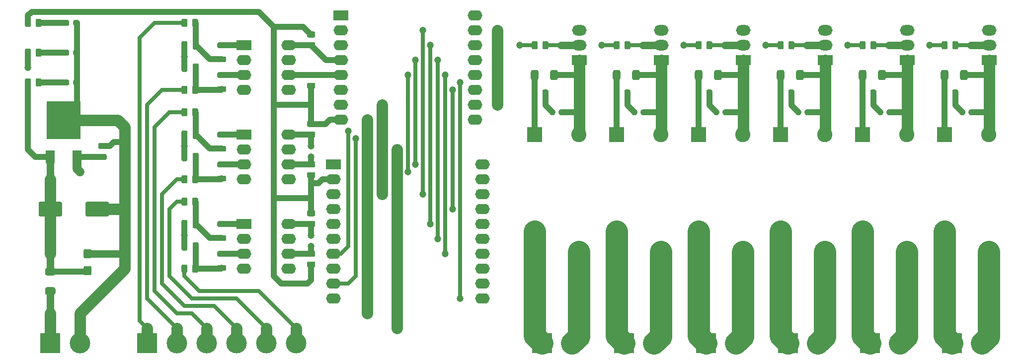
<source format=gbr>
G04 #@! TF.GenerationSoftware,KiCad,Pcbnew,(5.1.10)-1*
G04 #@! TF.CreationDate,2021-10-04T14:19:23-03:00*
G04 #@! TF.ProjectId,ESP-relay_6ch,4553502d-7265-46c6-9179-5f3663682e6b,rev?*
G04 #@! TF.SameCoordinates,Original*
G04 #@! TF.FileFunction,Copper,L1,Top*
G04 #@! TF.FilePolarity,Positive*
%FSLAX46Y46*%
G04 Gerber Fmt 4.6, Leading zero omitted, Abs format (unit mm)*
G04 Created by KiCad (PCBNEW (5.1.10)-1) date 2021-10-04 14:19:23*
%MOMM*%
%LPD*%
G01*
G04 APERTURE LIST*
G04 #@! TA.AperFunction,ComponentPad*
%ADD10C,3.500000*%
G04 #@! TD*
G04 #@! TA.AperFunction,ComponentPad*
%ADD11R,3.500000X3.500000*%
G04 #@! TD*
G04 #@! TA.AperFunction,ComponentPad*
%ADD12C,2.600000*%
G04 #@! TD*
G04 #@! TA.AperFunction,ComponentPad*
%ADD13R,2.600000X2.600000*%
G04 #@! TD*
G04 #@! TA.AperFunction,ComponentPad*
%ADD14O,2.500000X1.750000*%
G04 #@! TD*
G04 #@! TA.AperFunction,ComponentPad*
%ADD15R,2.500000X1.750000*%
G04 #@! TD*
G04 #@! TA.AperFunction,ComponentPad*
%ADD16C,2.500000*%
G04 #@! TD*
G04 #@! TA.AperFunction,ComponentPad*
%ADD17R,2.500000X1.800000*%
G04 #@! TD*
G04 #@! TA.AperFunction,ComponentPad*
%ADD18O,2.500000X1.800000*%
G04 #@! TD*
G04 #@! TA.AperFunction,SMDPad,CuDef*
%ADD19R,5.800000X6.400000*%
G04 #@! TD*
G04 #@! TA.AperFunction,SMDPad,CuDef*
%ADD20R,1.600000X2.200000*%
G04 #@! TD*
G04 #@! TA.AperFunction,ViaPad*
%ADD21C,1.200000*%
G04 #@! TD*
G04 #@! TA.AperFunction,Conductor*
%ADD22C,1.905000*%
G04 #@! TD*
G04 #@! TA.AperFunction,Conductor*
%ADD23C,1.016000*%
G04 #@! TD*
G04 #@! TA.AperFunction,Conductor*
%ADD24C,1.270000*%
G04 #@! TD*
G04 #@! TA.AperFunction,Conductor*
%ADD25C,1.524000*%
G04 #@! TD*
G04 #@! TA.AperFunction,Conductor*
%ADD26C,0.635000*%
G04 #@! TD*
G04 #@! TA.AperFunction,Conductor*
%ADD27C,3.810000*%
G04 #@! TD*
G04 APERTURE END LIST*
G04 #@! TO.P,D1,2*
G04 #@! TO.N,+24V*
G04 #@! TA.AperFunction,SMDPad,CuDef*
G36*
G01*
X71840000Y-113650000D02*
X72940000Y-113650000D01*
G75*
G02*
X73265000Y-113975000I0J-325000D01*
G01*
X73265000Y-114625000D01*
G75*
G02*
X72940000Y-114950000I-325000J0D01*
G01*
X71840000Y-114950000D01*
G75*
G02*
X71515000Y-114625000I0J325000D01*
G01*
X71515000Y-113975000D01*
G75*
G02*
X71840000Y-113650000I325000J0D01*
G01*
G37*
G04 #@! TD.AperFunction*
G04 #@! TO.P,D1,1*
G04 #@! TO.N,+24VA*
G04 #@! TA.AperFunction,SMDPad,CuDef*
G36*
G01*
X71840000Y-110350000D02*
X72940000Y-110350000D01*
G75*
G02*
X73265000Y-110675000I0J-325000D01*
G01*
X73265000Y-111325000D01*
G75*
G02*
X72940000Y-111650000I-325000J0D01*
G01*
X71840000Y-111650000D01*
G75*
G02*
X71515000Y-111325000I0J325000D01*
G01*
X71515000Y-110675000D01*
G75*
G02*
X71840000Y-110350000I325000J0D01*
G01*
G37*
G04 #@! TD.AperFunction*
G04 #@! TD*
G04 #@! TO.P,R17,1*
G04 #@! TO.N,+24V*
G04 #@! TA.AperFunction,SMDPad,CuDef*
G36*
G01*
X154427500Y-81095002D02*
X154427500Y-80194998D01*
G75*
G02*
X154677498Y-79945000I249998J0D01*
G01*
X155202502Y-79945000D01*
G75*
G02*
X155452500Y-80194998I0J-249998D01*
G01*
X155452500Y-81095002D01*
G75*
G02*
X155202502Y-81345000I-249998J0D01*
G01*
X154677498Y-81345000D01*
G75*
G02*
X154427500Y-81095002I0J249998D01*
G01*
G37*
G04 #@! TD.AperFunction*
G04 #@! TO.P,R17,2*
G04 #@! TO.N,Net-(D11-Pad2)*
G04 #@! TA.AperFunction,SMDPad,CuDef*
G36*
G01*
X156252500Y-81095002D02*
X156252500Y-80194998D01*
G75*
G02*
X156502498Y-79945000I249998J0D01*
G01*
X157027502Y-79945000D01*
G75*
G02*
X157277500Y-80194998I0J-249998D01*
G01*
X157277500Y-81095002D01*
G75*
G02*
X157027502Y-81345000I-249998J0D01*
G01*
X156502498Y-81345000D01*
G75*
G02*
X156252500Y-81095002I0J249998D01*
G01*
G37*
G04 #@! TD.AperFunction*
G04 #@! TD*
G04 #@! TO.P,R26,1*
G04 #@! TO.N,Net-(Q6-Pad2)*
G04 #@! TA.AperFunction,SMDPad,CuDef*
G36*
G01*
X227127500Y-71939998D02*
X227127500Y-72840002D01*
G75*
G02*
X226877502Y-73090000I-249998J0D01*
G01*
X226352498Y-73090000D01*
G75*
G02*
X226102500Y-72840002I0J249998D01*
G01*
X226102500Y-71939998D01*
G75*
G02*
X226352498Y-71690000I249998J0D01*
G01*
X226877502Y-71690000D01*
G75*
G02*
X227127500Y-71939998I0J-249998D01*
G01*
G37*
G04 #@! TD.AperFunction*
G04 #@! TO.P,R26,2*
G04 #@! TO.N,/32-GPIO4*
G04 #@! TA.AperFunction,SMDPad,CuDef*
G36*
G01*
X225302500Y-71939998D02*
X225302500Y-72840002D01*
G75*
G02*
X225052502Y-73090000I-249998J0D01*
G01*
X224527498Y-73090000D01*
G75*
G02*
X224277500Y-72840002I0J249998D01*
G01*
X224277500Y-71939998D01*
G75*
G02*
X224527498Y-71690000I249998J0D01*
G01*
X225052502Y-71690000D01*
G75*
G02*
X225302500Y-71939998I0J-249998D01*
G01*
G37*
G04 #@! TD.AperFunction*
G04 #@! TD*
G04 #@! TO.P,R24,1*
G04 #@! TO.N,Net-(Q5-Pad2)*
G04 #@! TA.AperFunction,SMDPad,CuDef*
G36*
G01*
X213157500Y-71939998D02*
X213157500Y-72840002D01*
G75*
G02*
X212907502Y-73090000I-249998J0D01*
G01*
X212382498Y-73090000D01*
G75*
G02*
X212132500Y-72840002I0J249998D01*
G01*
X212132500Y-71939998D01*
G75*
G02*
X212382498Y-71690000I249998J0D01*
G01*
X212907502Y-71690000D01*
G75*
G02*
X213157500Y-71939998I0J-249998D01*
G01*
G37*
G04 #@! TD.AperFunction*
G04 #@! TO.P,R24,2*
G04 #@! TO.N,/32-GPIO2*
G04 #@! TA.AperFunction,SMDPad,CuDef*
G36*
G01*
X211332500Y-71939998D02*
X211332500Y-72840002D01*
G75*
G02*
X211082502Y-73090000I-249998J0D01*
G01*
X210557498Y-73090000D01*
G75*
G02*
X210307500Y-72840002I0J249998D01*
G01*
X210307500Y-71939998D01*
G75*
G02*
X210557498Y-71690000I249998J0D01*
G01*
X211082502Y-71690000D01*
G75*
G02*
X211332500Y-71939998I0J-249998D01*
G01*
G37*
G04 #@! TD.AperFunction*
G04 #@! TD*
G04 #@! TO.P,R22,1*
G04 #@! TO.N,Net-(Q4-Pad2)*
G04 #@! TA.AperFunction,SMDPad,CuDef*
G36*
G01*
X199187500Y-71939998D02*
X199187500Y-72840002D01*
G75*
G02*
X198937502Y-73090000I-249998J0D01*
G01*
X198412498Y-73090000D01*
G75*
G02*
X198162500Y-72840002I0J249998D01*
G01*
X198162500Y-71939998D01*
G75*
G02*
X198412498Y-71690000I249998J0D01*
G01*
X198937502Y-71690000D01*
G75*
G02*
X199187500Y-71939998I0J-249998D01*
G01*
G37*
G04 #@! TD.AperFunction*
G04 #@! TO.P,R22,2*
G04 #@! TO.N,/32-GPIO13*
G04 #@! TA.AperFunction,SMDPad,CuDef*
G36*
G01*
X197362500Y-71939998D02*
X197362500Y-72840002D01*
G75*
G02*
X197112502Y-73090000I-249998J0D01*
G01*
X196587498Y-73090000D01*
G75*
G02*
X196337500Y-72840002I0J249998D01*
G01*
X196337500Y-71939998D01*
G75*
G02*
X196587498Y-71690000I249998J0D01*
G01*
X197112502Y-71690000D01*
G75*
G02*
X197362500Y-71939998I0J-249998D01*
G01*
G37*
G04 #@! TD.AperFunction*
G04 #@! TD*
G04 #@! TO.P,R20,1*
G04 #@! TO.N,Net-(Q3-Pad2)*
G04 #@! TA.AperFunction,SMDPad,CuDef*
G36*
G01*
X185217500Y-71939998D02*
X185217500Y-72840002D01*
G75*
G02*
X184967502Y-73090000I-249998J0D01*
G01*
X184442498Y-73090000D01*
G75*
G02*
X184192500Y-72840002I0J249998D01*
G01*
X184192500Y-71939998D01*
G75*
G02*
X184442498Y-71690000I249998J0D01*
G01*
X184967502Y-71690000D01*
G75*
G02*
X185217500Y-71939998I0J-249998D01*
G01*
G37*
G04 #@! TD.AperFunction*
G04 #@! TO.P,R20,2*
G04 #@! TO.N,/32-GPIO16*
G04 #@! TA.AperFunction,SMDPad,CuDef*
G36*
G01*
X183392500Y-71939998D02*
X183392500Y-72840002D01*
G75*
G02*
X183142502Y-73090000I-249998J0D01*
G01*
X182617498Y-73090000D01*
G75*
G02*
X182367500Y-72840002I0J249998D01*
G01*
X182367500Y-71939998D01*
G75*
G02*
X182617498Y-71690000I249998J0D01*
G01*
X183142502Y-71690000D01*
G75*
G02*
X183392500Y-71939998I0J-249998D01*
G01*
G37*
G04 #@! TD.AperFunction*
G04 #@! TD*
G04 #@! TO.P,R18,1*
G04 #@! TO.N,Net-(Q2-Pad2)*
G04 #@! TA.AperFunction,SMDPad,CuDef*
G36*
G01*
X171247500Y-71939998D02*
X171247500Y-72840002D01*
G75*
G02*
X170997502Y-73090000I-249998J0D01*
G01*
X170472498Y-73090000D01*
G75*
G02*
X170222500Y-72840002I0J249998D01*
G01*
X170222500Y-71939998D01*
G75*
G02*
X170472498Y-71690000I249998J0D01*
G01*
X170997502Y-71690000D01*
G75*
G02*
X171247500Y-71939998I0J-249998D01*
G01*
G37*
G04 #@! TD.AperFunction*
G04 #@! TO.P,R18,2*
G04 #@! TO.N,/32-GPIO32*
G04 #@! TA.AperFunction,SMDPad,CuDef*
G36*
G01*
X169422500Y-71939998D02*
X169422500Y-72840002D01*
G75*
G02*
X169172502Y-73090000I-249998J0D01*
G01*
X168647498Y-73090000D01*
G75*
G02*
X168397500Y-72840002I0J249998D01*
G01*
X168397500Y-71939998D01*
G75*
G02*
X168647498Y-71690000I249998J0D01*
G01*
X169172502Y-71690000D01*
G75*
G02*
X169422500Y-71939998I0J-249998D01*
G01*
G37*
G04 #@! TD.AperFunction*
G04 #@! TD*
G04 #@! TO.P,R16,1*
G04 #@! TO.N,Net-(Q1-Pad2)*
G04 #@! TA.AperFunction,SMDPad,CuDef*
G36*
G01*
X157277500Y-71939998D02*
X157277500Y-72840002D01*
G75*
G02*
X157027502Y-73090000I-249998J0D01*
G01*
X156502498Y-73090000D01*
G75*
G02*
X156252500Y-72840002I0J249998D01*
G01*
X156252500Y-71939998D01*
G75*
G02*
X156502498Y-71690000I249998J0D01*
G01*
X157027502Y-71690000D01*
G75*
G02*
X157277500Y-71939998I0J-249998D01*
G01*
G37*
G04 #@! TD.AperFunction*
G04 #@! TO.P,R16,2*
G04 #@! TO.N,/32-GPIO33*
G04 #@! TA.AperFunction,SMDPad,CuDef*
G36*
G01*
X155452500Y-71939998D02*
X155452500Y-72840002D01*
G75*
G02*
X155202502Y-73090000I-249998J0D01*
G01*
X154677498Y-73090000D01*
G75*
G02*
X154427500Y-72840002I0J249998D01*
G01*
X154427500Y-71939998D01*
G75*
G02*
X154677498Y-71690000I249998J0D01*
G01*
X155202502Y-71690000D01*
G75*
G02*
X155452500Y-71939998I0J-249998D01*
G01*
G37*
G04 #@! TD.AperFunction*
G04 #@! TD*
G04 #@! TO.P,R15,1*
G04 #@! TO.N,+3V3*
G04 #@! TA.AperFunction,SMDPad,CuDef*
G36*
G01*
X117290002Y-110287500D02*
X116389998Y-110287500D01*
G75*
G02*
X116140000Y-110037502I0J249998D01*
G01*
X116140000Y-109512498D01*
G75*
G02*
X116389998Y-109262500I249998J0D01*
G01*
X117290002Y-109262500D01*
G75*
G02*
X117540000Y-109512498I0J-249998D01*
G01*
X117540000Y-110037502D01*
G75*
G02*
X117290002Y-110287500I-249998J0D01*
G01*
G37*
G04 #@! TD.AperFunction*
G04 #@! TO.P,R15,2*
G04 #@! TO.N,/32-GPIO14*
G04 #@! TA.AperFunction,SMDPad,CuDef*
G36*
G01*
X117290002Y-108462500D02*
X116389998Y-108462500D01*
G75*
G02*
X116140000Y-108212502I0J249998D01*
G01*
X116140000Y-107687498D01*
G75*
G02*
X116389998Y-107437500I249998J0D01*
G01*
X117290002Y-107437500D01*
G75*
G02*
X117540000Y-107687498I0J-249998D01*
G01*
X117540000Y-108212502D01*
G75*
G02*
X117290002Y-108462500I-249998J0D01*
G01*
G37*
G04 #@! TD.AperFunction*
G04 #@! TD*
G04 #@! TO.P,R14,1*
G04 #@! TO.N,Net-(C9-Pad1)*
G04 #@! TA.AperFunction,SMDPad,CuDef*
G36*
G01*
X97587500Y-110039998D02*
X97587500Y-110940002D01*
G75*
G02*
X97337502Y-111190000I-249998J0D01*
G01*
X96812498Y-111190000D01*
G75*
G02*
X96562500Y-110940002I0J249998D01*
G01*
X96562500Y-110039998D01*
G75*
G02*
X96812498Y-109790000I249998J0D01*
G01*
X97337502Y-109790000D01*
G75*
G02*
X97587500Y-110039998I0J-249998D01*
G01*
G37*
G04 #@! TD.AperFunction*
G04 #@! TO.P,R14,2*
G04 #@! TO.N,Net-(J2-Pad6)*
G04 #@! TA.AperFunction,SMDPad,CuDef*
G36*
G01*
X95762500Y-110039998D02*
X95762500Y-110940002D01*
G75*
G02*
X95512502Y-111190000I-249998J0D01*
G01*
X94987498Y-111190000D01*
G75*
G02*
X94737500Y-110940002I0J249998D01*
G01*
X94737500Y-110039998D01*
G75*
G02*
X94987498Y-109790000I249998J0D01*
G01*
X95512502Y-109790000D01*
G75*
G02*
X95762500Y-110039998I0J-249998D01*
G01*
G37*
G04 #@! TD.AperFunction*
G04 #@! TD*
G04 #@! TO.P,R13,1*
G04 #@! TO.N,+3V3*
G04 #@! TA.AperFunction,SMDPad,CuDef*
G36*
G01*
X116389998Y-100532500D02*
X117290002Y-100532500D01*
G75*
G02*
X117540000Y-100782498I0J-249998D01*
G01*
X117540000Y-101307502D01*
G75*
G02*
X117290002Y-101557500I-249998J0D01*
G01*
X116389998Y-101557500D01*
G75*
G02*
X116140000Y-101307502I0J249998D01*
G01*
X116140000Y-100782498D01*
G75*
G02*
X116389998Y-100532500I249998J0D01*
G01*
G37*
G04 #@! TD.AperFunction*
G04 #@! TO.P,R13,2*
G04 #@! TO.N,/32-GPIO15*
G04 #@! TA.AperFunction,SMDPad,CuDef*
G36*
G01*
X116389998Y-102357500D02*
X117290002Y-102357500D01*
G75*
G02*
X117540000Y-102607498I0J-249998D01*
G01*
X117540000Y-103132502D01*
G75*
G02*
X117290002Y-103382500I-249998J0D01*
G01*
X116389998Y-103382500D01*
G75*
G02*
X116140000Y-103132502I0J249998D01*
G01*
X116140000Y-102607498D01*
G75*
G02*
X116389998Y-102357500I249998J0D01*
G01*
G37*
G04 #@! TD.AperFunction*
G04 #@! TD*
G04 #@! TO.P,R12,1*
G04 #@! TO.N,Net-(C8-Pad1)*
G04 #@! TA.AperFunction,SMDPad,CuDef*
G36*
G01*
X97587500Y-98609998D02*
X97587500Y-99510002D01*
G75*
G02*
X97337502Y-99760000I-249998J0D01*
G01*
X96812498Y-99760000D01*
G75*
G02*
X96562500Y-99510002I0J249998D01*
G01*
X96562500Y-98609998D01*
G75*
G02*
X96812498Y-98360000I249998J0D01*
G01*
X97337502Y-98360000D01*
G75*
G02*
X97587500Y-98609998I0J-249998D01*
G01*
G37*
G04 #@! TD.AperFunction*
G04 #@! TO.P,R12,2*
G04 #@! TO.N,Net-(J2-Pad5)*
G04 #@! TA.AperFunction,SMDPad,CuDef*
G36*
G01*
X95762500Y-98609998D02*
X95762500Y-99510002D01*
G75*
G02*
X95512502Y-99760000I-249998J0D01*
G01*
X94987498Y-99760000D01*
G75*
G02*
X94737500Y-99510002I0J249998D01*
G01*
X94737500Y-98609998D01*
G75*
G02*
X94987498Y-98360000I249998J0D01*
G01*
X95512502Y-98360000D01*
G75*
G02*
X95762500Y-98609998I0J-249998D01*
G01*
G37*
G04 #@! TD.AperFunction*
G04 #@! TD*
G04 #@! TO.P,R11,1*
G04 #@! TO.N,+3V3*
G04 #@! TA.AperFunction,SMDPad,CuDef*
G36*
G01*
X117290002Y-95047500D02*
X116389998Y-95047500D01*
G75*
G02*
X116140000Y-94797502I0J249998D01*
G01*
X116140000Y-94272498D01*
G75*
G02*
X116389998Y-94022500I249998J0D01*
G01*
X117290002Y-94022500D01*
G75*
G02*
X117540000Y-94272498I0J-249998D01*
G01*
X117540000Y-94797502D01*
G75*
G02*
X117290002Y-95047500I-249998J0D01*
G01*
G37*
G04 #@! TD.AperFunction*
G04 #@! TO.P,R11,2*
G04 #@! TO.N,/32-GPI34*
G04 #@! TA.AperFunction,SMDPad,CuDef*
G36*
G01*
X117290002Y-93222500D02*
X116389998Y-93222500D01*
G75*
G02*
X116140000Y-92972502I0J249998D01*
G01*
X116140000Y-92447498D01*
G75*
G02*
X116389998Y-92197500I249998J0D01*
G01*
X117290002Y-92197500D01*
G75*
G02*
X117540000Y-92447498I0J-249998D01*
G01*
X117540000Y-92972502D01*
G75*
G02*
X117290002Y-93222500I-249998J0D01*
G01*
G37*
G04 #@! TD.AperFunction*
G04 #@! TD*
G04 #@! TO.P,R10,1*
G04 #@! TO.N,Net-(C7-Pad1)*
G04 #@! TA.AperFunction,SMDPad,CuDef*
G36*
G01*
X97587500Y-94799998D02*
X97587500Y-95700002D01*
G75*
G02*
X97337502Y-95950000I-249998J0D01*
G01*
X96812498Y-95950000D01*
G75*
G02*
X96562500Y-95700002I0J249998D01*
G01*
X96562500Y-94799998D01*
G75*
G02*
X96812498Y-94550000I249998J0D01*
G01*
X97337502Y-94550000D01*
G75*
G02*
X97587500Y-94799998I0J-249998D01*
G01*
G37*
G04 #@! TD.AperFunction*
G04 #@! TO.P,R10,2*
G04 #@! TO.N,Net-(J2-Pad4)*
G04 #@! TA.AperFunction,SMDPad,CuDef*
G36*
G01*
X95762500Y-94799998D02*
X95762500Y-95700002D01*
G75*
G02*
X95512502Y-95950000I-249998J0D01*
G01*
X94987498Y-95950000D01*
G75*
G02*
X94737500Y-95700002I0J249998D01*
G01*
X94737500Y-94799998D01*
G75*
G02*
X94987498Y-94550000I249998J0D01*
G01*
X95512502Y-94550000D01*
G75*
G02*
X95762500Y-94799998I0J-249998D01*
G01*
G37*
G04 #@! TD.AperFunction*
G04 #@! TD*
G04 #@! TO.P,R9,1*
G04 #@! TO.N,+3V3*
G04 #@! TA.AperFunction,SMDPad,CuDef*
G36*
G01*
X116389998Y-85292500D02*
X117290002Y-85292500D01*
G75*
G02*
X117540000Y-85542498I0J-249998D01*
G01*
X117540000Y-86067502D01*
G75*
G02*
X117290002Y-86317500I-249998J0D01*
G01*
X116389998Y-86317500D01*
G75*
G02*
X116140000Y-86067502I0J249998D01*
G01*
X116140000Y-85542498D01*
G75*
G02*
X116389998Y-85292500I249998J0D01*
G01*
G37*
G04 #@! TD.AperFunction*
G04 #@! TO.P,R9,2*
G04 #@! TO.N,/32-GPI35*
G04 #@! TA.AperFunction,SMDPad,CuDef*
G36*
G01*
X116389998Y-87117500D02*
X117290002Y-87117500D01*
G75*
G02*
X117540000Y-87367498I0J-249998D01*
G01*
X117540000Y-87892502D01*
G75*
G02*
X117290002Y-88142500I-249998J0D01*
G01*
X116389998Y-88142500D01*
G75*
G02*
X116140000Y-87892502I0J249998D01*
G01*
X116140000Y-87367498D01*
G75*
G02*
X116389998Y-87117500I249998J0D01*
G01*
G37*
G04 #@! TD.AperFunction*
G04 #@! TD*
G04 #@! TO.P,R8,1*
G04 #@! TO.N,Net-(C6-Pad1)*
G04 #@! TA.AperFunction,SMDPad,CuDef*
G36*
G01*
X97587500Y-83369998D02*
X97587500Y-84270002D01*
G75*
G02*
X97337502Y-84520000I-249998J0D01*
G01*
X96812498Y-84520000D01*
G75*
G02*
X96562500Y-84270002I0J249998D01*
G01*
X96562500Y-83369998D01*
G75*
G02*
X96812498Y-83120000I249998J0D01*
G01*
X97337502Y-83120000D01*
G75*
G02*
X97587500Y-83369998I0J-249998D01*
G01*
G37*
G04 #@! TD.AperFunction*
G04 #@! TO.P,R8,2*
G04 #@! TO.N,Net-(J2-Pad3)*
G04 #@! TA.AperFunction,SMDPad,CuDef*
G36*
G01*
X95762500Y-83369998D02*
X95762500Y-84270002D01*
G75*
G02*
X95512502Y-84520000I-249998J0D01*
G01*
X94987498Y-84520000D01*
G75*
G02*
X94737500Y-84270002I0J249998D01*
G01*
X94737500Y-83369998D01*
G75*
G02*
X94987498Y-83120000I249998J0D01*
G01*
X95512502Y-83120000D01*
G75*
G02*
X95762500Y-83369998I0J-249998D01*
G01*
G37*
G04 #@! TD.AperFunction*
G04 #@! TD*
G04 #@! TO.P,R7,1*
G04 #@! TO.N,+3V3*
G04 #@! TA.AperFunction,SMDPad,CuDef*
G36*
G01*
X117290002Y-79807500D02*
X116389998Y-79807500D01*
G75*
G02*
X116140000Y-79557502I0J249998D01*
G01*
X116140000Y-79032498D01*
G75*
G02*
X116389998Y-78782500I249998J0D01*
G01*
X117290002Y-78782500D01*
G75*
G02*
X117540000Y-79032498I0J-249998D01*
G01*
X117540000Y-79557502D01*
G75*
G02*
X117290002Y-79807500I-249998J0D01*
G01*
G37*
G04 #@! TD.AperFunction*
G04 #@! TO.P,R7,2*
G04 #@! TO.N,/32-GPI36*
G04 #@! TA.AperFunction,SMDPad,CuDef*
G36*
G01*
X117290002Y-77982500D02*
X116389998Y-77982500D01*
G75*
G02*
X116140000Y-77732502I0J249998D01*
G01*
X116140000Y-77207498D01*
G75*
G02*
X116389998Y-76957500I249998J0D01*
G01*
X117290002Y-76957500D01*
G75*
G02*
X117540000Y-77207498I0J-249998D01*
G01*
X117540000Y-77732502D01*
G75*
G02*
X117290002Y-77982500I-249998J0D01*
G01*
G37*
G04 #@! TD.AperFunction*
G04 #@! TD*
G04 #@! TO.P,R6,1*
G04 #@! TO.N,Net-(C5-Pad1)*
G04 #@! TA.AperFunction,SMDPad,CuDef*
G36*
G01*
X97587500Y-79559998D02*
X97587500Y-80460002D01*
G75*
G02*
X97337502Y-80710000I-249998J0D01*
G01*
X96812498Y-80710000D01*
G75*
G02*
X96562500Y-80460002I0J249998D01*
G01*
X96562500Y-79559998D01*
G75*
G02*
X96812498Y-79310000I249998J0D01*
G01*
X97337502Y-79310000D01*
G75*
G02*
X97587500Y-79559998I0J-249998D01*
G01*
G37*
G04 #@! TD.AperFunction*
G04 #@! TO.P,R6,2*
G04 #@! TO.N,Net-(J2-Pad2)*
G04 #@! TA.AperFunction,SMDPad,CuDef*
G36*
G01*
X95762500Y-79559998D02*
X95762500Y-80460002D01*
G75*
G02*
X95512502Y-80710000I-249998J0D01*
G01*
X94987498Y-80710000D01*
G75*
G02*
X94737500Y-80460002I0J249998D01*
G01*
X94737500Y-79559998D01*
G75*
G02*
X94987498Y-79310000I249998J0D01*
G01*
X95512502Y-79310000D01*
G75*
G02*
X95762500Y-79559998I0J-249998D01*
G01*
G37*
G04 #@! TD.AperFunction*
G04 #@! TD*
G04 #@! TO.P,R5,1*
G04 #@! TO.N,+3V3*
G04 #@! TA.AperFunction,SMDPad,CuDef*
G36*
G01*
X116389998Y-70052500D02*
X117290002Y-70052500D01*
G75*
G02*
X117540000Y-70302498I0J-249998D01*
G01*
X117540000Y-70827502D01*
G75*
G02*
X117290002Y-71077500I-249998J0D01*
G01*
X116389998Y-71077500D01*
G75*
G02*
X116140000Y-70827502I0J249998D01*
G01*
X116140000Y-70302498D01*
G75*
G02*
X116389998Y-70052500I249998J0D01*
G01*
G37*
G04 #@! TD.AperFunction*
G04 #@! TO.P,R5,2*
G04 #@! TO.N,/32-GPI39*
G04 #@! TA.AperFunction,SMDPad,CuDef*
G36*
G01*
X116389998Y-71877500D02*
X117290002Y-71877500D01*
G75*
G02*
X117540000Y-72127498I0J-249998D01*
G01*
X117540000Y-72652502D01*
G75*
G02*
X117290002Y-72902500I-249998J0D01*
G01*
X116389998Y-72902500D01*
G75*
G02*
X116140000Y-72652502I0J249998D01*
G01*
X116140000Y-72127498D01*
G75*
G02*
X116389998Y-71877500I249998J0D01*
G01*
G37*
G04 #@! TD.AperFunction*
G04 #@! TD*
G04 #@! TO.P,R4,1*
G04 #@! TO.N,Net-(C4-Pad1)*
G04 #@! TA.AperFunction,SMDPad,CuDef*
G36*
G01*
X97587500Y-68129998D02*
X97587500Y-69030002D01*
G75*
G02*
X97337502Y-69280000I-249998J0D01*
G01*
X96812498Y-69280000D01*
G75*
G02*
X96562500Y-69030002I0J249998D01*
G01*
X96562500Y-68129998D01*
G75*
G02*
X96812498Y-67880000I249998J0D01*
G01*
X97337502Y-67880000D01*
G75*
G02*
X97587500Y-68129998I0J-249998D01*
G01*
G37*
G04 #@! TD.AperFunction*
G04 #@! TO.P,R4,2*
G04 #@! TO.N,Net-(J2-Pad1)*
G04 #@! TA.AperFunction,SMDPad,CuDef*
G36*
G01*
X95762500Y-68129998D02*
X95762500Y-69030002D01*
G75*
G02*
X95512502Y-69280000I-249998J0D01*
G01*
X94987498Y-69280000D01*
G75*
G02*
X94737500Y-69030002I0J249998D01*
G01*
X94737500Y-68129998D01*
G75*
G02*
X94987498Y-67880000I249998J0D01*
G01*
X95512502Y-67880000D01*
G75*
G02*
X95762500Y-68129998I0J-249998D01*
G01*
G37*
G04 #@! TD.AperFunction*
G04 #@! TD*
G04 #@! TO.P,R3,1*
G04 #@! TO.N,+5V*
G04 #@! TA.AperFunction,SMDPad,CuDef*
G36*
G01*
X68067500Y-74110002D02*
X68067500Y-73209998D01*
G75*
G02*
X68317498Y-72960000I249998J0D01*
G01*
X68842502Y-72960000D01*
G75*
G02*
X69092500Y-73209998I0J-249998D01*
G01*
X69092500Y-74110002D01*
G75*
G02*
X68842502Y-74360000I-249998J0D01*
G01*
X68317498Y-74360000D01*
G75*
G02*
X68067500Y-74110002I0J249998D01*
G01*
G37*
G04 #@! TD.AperFunction*
G04 #@! TO.P,R3,2*
G04 #@! TO.N,Net-(D4-Pad2)*
G04 #@! TA.AperFunction,SMDPad,CuDef*
G36*
G01*
X69892500Y-74110002D02*
X69892500Y-73209998D01*
G75*
G02*
X70142498Y-72960000I249998J0D01*
G01*
X70667502Y-72960000D01*
G75*
G02*
X70917500Y-73209998I0J-249998D01*
G01*
X70917500Y-74110002D01*
G75*
G02*
X70667502Y-74360000I-249998J0D01*
G01*
X70142498Y-74360000D01*
G75*
G02*
X69892500Y-74110002I0J249998D01*
G01*
G37*
G04 #@! TD.AperFunction*
G04 #@! TD*
G04 #@! TO.P,R2,1*
G04 #@! TO.N,+24VA*
G04 #@! TA.AperFunction,SMDPad,CuDef*
G36*
G01*
X68067500Y-79190002D02*
X68067500Y-78289998D01*
G75*
G02*
X68317498Y-78040000I249998J0D01*
G01*
X68842502Y-78040000D01*
G75*
G02*
X69092500Y-78289998I0J-249998D01*
G01*
X69092500Y-79190002D01*
G75*
G02*
X68842502Y-79440000I-249998J0D01*
G01*
X68317498Y-79440000D01*
G75*
G02*
X68067500Y-79190002I0J249998D01*
G01*
G37*
G04 #@! TD.AperFunction*
G04 #@! TO.P,R2,2*
G04 #@! TO.N,Net-(D3-Pad2)*
G04 #@! TA.AperFunction,SMDPad,CuDef*
G36*
G01*
X69892500Y-79190002D02*
X69892500Y-78289998D01*
G75*
G02*
X70142498Y-78040000I249998J0D01*
G01*
X70667502Y-78040000D01*
G75*
G02*
X70917500Y-78289998I0J-249998D01*
G01*
X70917500Y-79190002D01*
G75*
G02*
X70667502Y-79440000I-249998J0D01*
G01*
X70142498Y-79440000D01*
G75*
G02*
X69892500Y-79190002I0J249998D01*
G01*
G37*
G04 #@! TD.AperFunction*
G04 #@! TD*
G04 #@! TO.P,R1,1*
G04 #@! TO.N,+3V3*
G04 #@! TA.AperFunction,SMDPad,CuDef*
G36*
G01*
X68067500Y-69030002D02*
X68067500Y-68129998D01*
G75*
G02*
X68317498Y-67880000I249998J0D01*
G01*
X68842502Y-67880000D01*
G75*
G02*
X69092500Y-68129998I0J-249998D01*
G01*
X69092500Y-69030002D01*
G75*
G02*
X68842502Y-69280000I-249998J0D01*
G01*
X68317498Y-69280000D01*
G75*
G02*
X68067500Y-69030002I0J249998D01*
G01*
G37*
G04 #@! TD.AperFunction*
G04 #@! TO.P,R1,2*
G04 #@! TO.N,Net-(D2-Pad2)*
G04 #@! TA.AperFunction,SMDPad,CuDef*
G36*
G01*
X69892500Y-69030002D02*
X69892500Y-68129998D01*
G75*
G02*
X70142498Y-67880000I249998J0D01*
G01*
X70667502Y-67880000D01*
G75*
G02*
X70917500Y-68129998I0J-249998D01*
G01*
X70917500Y-69030002D01*
G75*
G02*
X70667502Y-69280000I-249998J0D01*
G01*
X70142498Y-69280000D01*
G75*
G02*
X69892500Y-69030002I0J249998D01*
G01*
G37*
G04 #@! TD.AperFunction*
G04 #@! TD*
D10*
G04 #@! TO.P,J2,6*
G04 #@! TO.N,Net-(J2-Pad6)*
X114300000Y-123190000D03*
G04 #@! TO.P,J2,5*
G04 #@! TO.N,Net-(J2-Pad5)*
X109220000Y-123190000D03*
G04 #@! TO.P,J2,4*
G04 #@! TO.N,Net-(J2-Pad4)*
X104140000Y-123190000D03*
G04 #@! TO.P,J2,3*
G04 #@! TO.N,Net-(J2-Pad3)*
X99060000Y-123190000D03*
G04 #@! TO.P,J2,2*
G04 #@! TO.N,Net-(J2-Pad2)*
X93980000Y-123190000D03*
D11*
G04 #@! TO.P,J2,1*
G04 #@! TO.N,Net-(J2-Pad1)*
X88900000Y-123190000D03*
G04 #@! TD*
D12*
G04 #@! TO.P,K1,4*
G04 #@! TO.N,Net-(D11-Pad1)*
X162440000Y-87630000D03*
D10*
G04 #@! TO.P,K1,3*
G04 #@! TO.N,Net-(J3-Pad2)*
X162440000Y-107630000D03*
G04 #@! TO.P,K1,2*
G04 #@! TO.N,Net-(J3-Pad1)*
X154940000Y-104130000D03*
D13*
G04 #@! TO.P,K1,1*
G04 #@! TO.N,+24V*
X154940000Y-87630000D03*
G04 #@! TD*
D14*
G04 #@! TO.P,U3,16*
G04 #@! TO.N,Net-(U3-Pad16)*
X144780000Y-67310000D03*
G04 #@! TO.P,U3,15*
G04 #@! TO.N,/32-GPI35*
X144780000Y-69850000D03*
G04 #@! TO.P,U3,14*
G04 #@! TO.N,/32-GPIO33*
X144780000Y-72390000D03*
G04 #@! TO.P,U3,13*
G04 #@! TO.N,/32-GPIO32*
X144780000Y-74930000D03*
G04 #@! TO.P,U3,12*
G04 #@! TO.N,/32-GPIO16*
X144780000Y-77470000D03*
G04 #@! TO.P,U3,11*
G04 #@! TO.N,/32-GPI34*
X144780000Y-80010000D03*
G04 #@! TO.P,U3,10*
G04 #@! TO.N,GNDREF*
X144780000Y-82550000D03*
G04 #@! TO.P,U3,9*
G04 #@! TO.N,+5V*
X144780000Y-85090000D03*
G04 #@! TO.P,U3,8*
G04 #@! TO.N,+3V3*
X121920000Y-85090000D03*
G04 #@! TO.P,U3,7*
G04 #@! TO.N,Net-(U3-Pad7)*
X121920000Y-82550000D03*
G04 #@! TO.P,U3,6*
G04 #@! TO.N,/32-GPIO13*
X121920000Y-80010000D03*
G04 #@! TO.P,U3,5*
G04 #@! TO.N,/32-GPI36*
X121920000Y-77470000D03*
G04 #@! TO.P,U3,4*
G04 #@! TO.N,/32-GPI39*
X121920000Y-74930000D03*
G04 #@! TO.P,U3,3*
G04 #@! TO.N,Net-(U3-Pad3)*
X121920000Y-72390000D03*
D15*
G04 #@! TO.P,U3,1*
G04 #@! TO.N,Net-(U3-Pad1)*
X121920000Y-67310000D03*
D14*
G04 #@! TO.P,U3,2*
G04 #@! TO.N,Net-(U3-Pad2)*
X121920000Y-69850000D03*
G04 #@! TD*
D16*
G04 #@! TO.P,RV1,2*
G04 #@! TO.N,Net-(J3-Pad2)*
X162440000Y-114430000D03*
G04 #@! TO.P,RV1,1*
G04 #@! TO.N,Net-(J3-Pad1)*
X154940000Y-113030000D03*
G04 #@! TD*
D11*
G04 #@! TO.P,J3,1*
G04 #@! TO.N,Net-(J3-Pad1)*
X156210000Y-123190000D03*
D10*
G04 #@! TO.P,J3,2*
G04 #@! TO.N,Net-(J3-Pad2)*
X161290000Y-123190000D03*
G04 #@! TD*
D11*
G04 #@! TO.P,J1,1*
G04 #@! TO.N,+24V*
X72390000Y-123190000D03*
D10*
G04 #@! TO.P,J1,2*
G04 #@! TO.N,GNDREF*
X77470000Y-123190000D03*
G04 #@! TD*
D14*
G04 #@! TO.P,U2,17*
G04 #@! TO.N,/32-GPI34*
X146050000Y-100330000D03*
G04 #@! TO.P,U2,18*
G04 #@! TO.N,/32-GPI35*
X146050000Y-97790000D03*
G04 #@! TO.P,U2,10*
G04 #@! TO.N,Net-(U2-Pad10)*
X120650000Y-115570000D03*
G04 #@! TO.P,U2,9*
G04 #@! TO.N,/32-GPIO4*
X120650000Y-113030000D03*
G04 #@! TO.P,U2,16*
G04 #@! TO.N,/32-GPIO33*
X146050000Y-102870000D03*
G04 #@! TO.P,U2,15*
G04 #@! TO.N,/32-GPIO32*
X146050000Y-105410000D03*
G04 #@! TO.P,U2,14*
G04 #@! TO.N,/32-GPIO16*
X146050000Y-107950000D03*
G04 #@! TO.P,U2,13*
G04 #@! TO.N,/32-GPIO15*
X146050000Y-110490000D03*
G04 #@! TO.P,U2,12*
G04 #@! TO.N,/32-GPIO14*
X146050000Y-113030000D03*
G04 #@! TO.P,U2,11*
G04 #@! TO.N,/32-GPIO13*
X146050000Y-115570000D03*
G04 #@! TO.P,U2,20*
G04 #@! TO.N,/32-GPI39*
X146050000Y-92710000D03*
G04 #@! TO.P,U2,19*
G04 #@! TO.N,/32-GPI36*
X146050000Y-95250000D03*
G04 #@! TO.P,U2,8*
G04 #@! TO.N,Net-(U2-Pad8)*
X120650000Y-110490000D03*
G04 #@! TO.P,U2,7*
G04 #@! TO.N,/32-GPIO2*
X120650000Y-107950000D03*
G04 #@! TO.P,U2,6*
G04 #@! TO.N,Net-(U2-Pad6)*
X120650000Y-105410000D03*
G04 #@! TO.P,U2,5*
G04 #@! TO.N,Net-(U2-Pad5)*
X120650000Y-102870000D03*
G04 #@! TO.P,U2,4*
G04 #@! TO.N,Net-(U2-Pad4)*
X120650000Y-100330000D03*
G04 #@! TO.P,U2,3*
G04 #@! TO.N,GNDREF*
X120650000Y-97790000D03*
D15*
G04 #@! TO.P,U2,1*
G04 #@! TO.N,+5V*
X120650000Y-92710000D03*
D14*
G04 #@! TO.P,U2,2*
G04 #@! TO.N,+3V3*
X120650000Y-95250000D03*
G04 #@! TD*
D11*
G04 #@! TO.P,J4,1*
G04 #@! TO.N,Net-(J4-Pad1)*
X170180000Y-123190000D03*
D10*
G04 #@! TO.P,J4,2*
G04 #@! TO.N,Net-(J4-Pad2)*
X175260000Y-123190000D03*
G04 #@! TD*
D11*
G04 #@! TO.P,J5,1*
G04 #@! TO.N,Net-(J5-Pad1)*
X184150000Y-123190000D03*
D10*
G04 #@! TO.P,J5,2*
G04 #@! TO.N,Net-(J5-Pad2)*
X189230000Y-123190000D03*
G04 #@! TD*
D11*
G04 #@! TO.P,J6,1*
G04 #@! TO.N,Net-(J6-Pad1)*
X198120000Y-123190000D03*
D10*
G04 #@! TO.P,J6,2*
G04 #@! TO.N,Net-(J6-Pad2)*
X203200000Y-123190000D03*
G04 #@! TD*
D11*
G04 #@! TO.P,J7,1*
G04 #@! TO.N,Net-(J7-Pad1)*
X212090000Y-123190000D03*
D10*
G04 #@! TO.P,J7,2*
G04 #@! TO.N,Net-(J7-Pad2)*
X217170000Y-123190000D03*
G04 #@! TD*
D11*
G04 #@! TO.P,J8,1*
G04 #@! TO.N,Net-(J8-Pad1)*
X226060000Y-123190000D03*
D10*
G04 #@! TO.P,J8,2*
G04 #@! TO.N,Net-(J8-Pad2)*
X231140000Y-123190000D03*
G04 #@! TD*
D12*
G04 #@! TO.P,K2,4*
G04 #@! TO.N,Net-(D13-Pad1)*
X176410000Y-87630000D03*
D10*
G04 #@! TO.P,K2,3*
G04 #@! TO.N,Net-(J4-Pad2)*
X176410000Y-107630000D03*
G04 #@! TO.P,K2,2*
G04 #@! TO.N,Net-(J4-Pad1)*
X168910000Y-104130000D03*
D13*
G04 #@! TO.P,K2,1*
G04 #@! TO.N,+24V*
X168910000Y-87630000D03*
G04 #@! TD*
D12*
G04 #@! TO.P,K3,4*
G04 #@! TO.N,Net-(D15-Pad1)*
X190380000Y-87630000D03*
D10*
G04 #@! TO.P,K3,3*
G04 #@! TO.N,Net-(J5-Pad2)*
X190380000Y-107630000D03*
G04 #@! TO.P,K3,2*
G04 #@! TO.N,Net-(J5-Pad1)*
X182880000Y-104130000D03*
D13*
G04 #@! TO.P,K3,1*
G04 #@! TO.N,+24V*
X182880000Y-87630000D03*
G04 #@! TD*
D12*
G04 #@! TO.P,K4,4*
G04 #@! TO.N,Net-(D17-Pad1)*
X204350000Y-87630000D03*
D10*
G04 #@! TO.P,K4,3*
G04 #@! TO.N,Net-(J6-Pad2)*
X204350000Y-107630000D03*
G04 #@! TO.P,K4,2*
G04 #@! TO.N,Net-(J6-Pad1)*
X196850000Y-104130000D03*
D13*
G04 #@! TO.P,K4,1*
G04 #@! TO.N,+24V*
X196850000Y-87630000D03*
G04 #@! TD*
D12*
G04 #@! TO.P,K5,4*
G04 #@! TO.N,Net-(D19-Pad1)*
X218320000Y-87630000D03*
D10*
G04 #@! TO.P,K5,3*
G04 #@! TO.N,Net-(J7-Pad2)*
X218320000Y-107630000D03*
G04 #@! TO.P,K5,2*
G04 #@! TO.N,Net-(J7-Pad1)*
X210820000Y-104130000D03*
D13*
G04 #@! TO.P,K5,1*
G04 #@! TO.N,+24V*
X210820000Y-87630000D03*
G04 #@! TD*
D12*
G04 #@! TO.P,K6,4*
G04 #@! TO.N,Net-(D21-Pad1)*
X232290000Y-87630000D03*
D10*
G04 #@! TO.P,K6,3*
G04 #@! TO.N,Net-(J8-Pad2)*
X232290000Y-107630000D03*
G04 #@! TO.P,K6,2*
G04 #@! TO.N,Net-(J8-Pad1)*
X224790000Y-104130000D03*
D13*
G04 #@! TO.P,K6,1*
G04 #@! TO.N,+24V*
X224790000Y-87630000D03*
G04 #@! TD*
D16*
G04 #@! TO.P,RV2,2*
G04 #@! TO.N,Net-(J4-Pad2)*
X176410000Y-114430000D03*
G04 #@! TO.P,RV2,1*
G04 #@! TO.N,Net-(J4-Pad1)*
X168910000Y-113030000D03*
G04 #@! TD*
G04 #@! TO.P,RV3,2*
G04 #@! TO.N,Net-(J5-Pad2)*
X190380000Y-114430000D03*
G04 #@! TO.P,RV3,1*
G04 #@! TO.N,Net-(J5-Pad1)*
X182880000Y-113030000D03*
G04 #@! TD*
G04 #@! TO.P,RV4,2*
G04 #@! TO.N,Net-(J6-Pad2)*
X204350000Y-114430000D03*
G04 #@! TO.P,RV4,1*
G04 #@! TO.N,Net-(J6-Pad1)*
X196850000Y-113030000D03*
G04 #@! TD*
G04 #@! TO.P,RV5,2*
G04 #@! TO.N,Net-(J7-Pad2)*
X218320000Y-114430000D03*
G04 #@! TO.P,RV5,1*
G04 #@! TO.N,Net-(J7-Pad1)*
X210820000Y-113030000D03*
G04 #@! TD*
G04 #@! TO.P,RV6,2*
G04 #@! TO.N,Net-(J8-Pad2)*
X232290000Y-114430000D03*
G04 #@! TO.P,RV6,1*
G04 #@! TO.N,Net-(J8-Pad1)*
X224790000Y-113030000D03*
G04 #@! TD*
G04 #@! TO.P,C1,1*
G04 #@! TO.N,+24VA*
G04 #@! TA.AperFunction,SMDPad,CuDef*
G36*
G01*
X70390000Y-101330000D02*
X70390000Y-99330000D01*
G75*
G02*
X70640000Y-99080000I250000J0D01*
G01*
X74140000Y-99080000D01*
G75*
G02*
X74390000Y-99330000I0J-250000D01*
G01*
X74390000Y-101330000D01*
G75*
G02*
X74140000Y-101580000I-250000J0D01*
G01*
X70640000Y-101580000D01*
G75*
G02*
X70390000Y-101330000I0J250000D01*
G01*
G37*
G04 #@! TD.AperFunction*
G04 #@! TO.P,C1,2*
G04 #@! TO.N,GNDREF*
G04 #@! TA.AperFunction,SMDPad,CuDef*
G36*
G01*
X78390000Y-101330000D02*
X78390000Y-99330000D01*
G75*
G02*
X78640000Y-99080000I250000J0D01*
G01*
X82140000Y-99080000D01*
G75*
G02*
X82390000Y-99330000I0J-250000D01*
G01*
X82390000Y-101330000D01*
G75*
G02*
X82140000Y-101580000I-250000J0D01*
G01*
X78640000Y-101580000D01*
G75*
G02*
X78390000Y-101330000I0J250000D01*
G01*
G37*
G04 #@! TD.AperFunction*
G04 #@! TD*
G04 #@! TO.P,D5,2*
G04 #@! TO.N,Net-(D5-Pad2)*
G04 #@! TA.AperFunction,SMDPad,CuDef*
G36*
G01*
X102100000Y-72890000D02*
X101100000Y-72890000D01*
G75*
G02*
X100850000Y-72640000I0J250000D01*
G01*
X100850000Y-72140000D01*
G75*
G02*
X101100000Y-71890000I250000J0D01*
G01*
X102100000Y-71890000D01*
G75*
G02*
X102350000Y-72140000I0J-250000D01*
G01*
X102350000Y-72640000D01*
G75*
G02*
X102100000Y-72890000I-250000J0D01*
G01*
G37*
G04 #@! TD.AperFunction*
G04 #@! TO.P,D5,1*
G04 #@! TO.N,Net-(C4-Pad1)*
G04 #@! TA.AperFunction,SMDPad,CuDef*
G36*
G01*
X102100000Y-75290000D02*
X101100000Y-75290000D01*
G75*
G02*
X100850000Y-75040000I0J250000D01*
G01*
X100850000Y-74540000D01*
G75*
G02*
X101100000Y-74290000I250000J0D01*
G01*
X102100000Y-74290000D01*
G75*
G02*
X102350000Y-74540000I0J-250000D01*
G01*
X102350000Y-75040000D01*
G75*
G02*
X102100000Y-75290000I-250000J0D01*
G01*
G37*
G04 #@! TD.AperFunction*
G04 #@! TD*
G04 #@! TO.P,D6,1*
G04 #@! TO.N,Net-(C5-Pad1)*
G04 #@! TA.AperFunction,SMDPad,CuDef*
G36*
G01*
X102100000Y-80370000D02*
X101100000Y-80370000D01*
G75*
G02*
X100850000Y-80120000I0J250000D01*
G01*
X100850000Y-79620000D01*
G75*
G02*
X101100000Y-79370000I250000J0D01*
G01*
X102100000Y-79370000D01*
G75*
G02*
X102350000Y-79620000I0J-250000D01*
G01*
X102350000Y-80120000D01*
G75*
G02*
X102100000Y-80370000I-250000J0D01*
G01*
G37*
G04 #@! TD.AperFunction*
G04 #@! TO.P,D6,2*
G04 #@! TO.N,Net-(D6-Pad2)*
G04 #@! TA.AperFunction,SMDPad,CuDef*
G36*
G01*
X102100000Y-77970000D02*
X101100000Y-77970000D01*
G75*
G02*
X100850000Y-77720000I0J250000D01*
G01*
X100850000Y-77220000D01*
G75*
G02*
X101100000Y-76970000I250000J0D01*
G01*
X102100000Y-76970000D01*
G75*
G02*
X102350000Y-77220000I0J-250000D01*
G01*
X102350000Y-77720000D01*
G75*
G02*
X102100000Y-77970000I-250000J0D01*
G01*
G37*
G04 #@! TD.AperFunction*
G04 #@! TD*
G04 #@! TO.P,D7,1*
G04 #@! TO.N,Net-(C6-Pad1)*
G04 #@! TA.AperFunction,SMDPad,CuDef*
G36*
G01*
X102100000Y-90530000D02*
X101100000Y-90530000D01*
G75*
G02*
X100850000Y-90280000I0J250000D01*
G01*
X100850000Y-89780000D01*
G75*
G02*
X101100000Y-89530000I250000J0D01*
G01*
X102100000Y-89530000D01*
G75*
G02*
X102350000Y-89780000I0J-250000D01*
G01*
X102350000Y-90280000D01*
G75*
G02*
X102100000Y-90530000I-250000J0D01*
G01*
G37*
G04 #@! TD.AperFunction*
G04 #@! TO.P,D7,2*
G04 #@! TO.N,Net-(D7-Pad2)*
G04 #@! TA.AperFunction,SMDPad,CuDef*
G36*
G01*
X102100000Y-88130000D02*
X101100000Y-88130000D01*
G75*
G02*
X100850000Y-87880000I0J250000D01*
G01*
X100850000Y-87380000D01*
G75*
G02*
X101100000Y-87130000I250000J0D01*
G01*
X102100000Y-87130000D01*
G75*
G02*
X102350000Y-87380000I0J-250000D01*
G01*
X102350000Y-87880000D01*
G75*
G02*
X102100000Y-88130000I-250000J0D01*
G01*
G37*
G04 #@! TD.AperFunction*
G04 #@! TD*
G04 #@! TO.P,D8,2*
G04 #@! TO.N,Net-(D8-Pad2)*
G04 #@! TA.AperFunction,SMDPad,CuDef*
G36*
G01*
X102100000Y-93210000D02*
X101100000Y-93210000D01*
G75*
G02*
X100850000Y-92960000I0J250000D01*
G01*
X100850000Y-92460000D01*
G75*
G02*
X101100000Y-92210000I250000J0D01*
G01*
X102100000Y-92210000D01*
G75*
G02*
X102350000Y-92460000I0J-250000D01*
G01*
X102350000Y-92960000D01*
G75*
G02*
X102100000Y-93210000I-250000J0D01*
G01*
G37*
G04 #@! TD.AperFunction*
G04 #@! TO.P,D8,1*
G04 #@! TO.N,Net-(C7-Pad1)*
G04 #@! TA.AperFunction,SMDPad,CuDef*
G36*
G01*
X102100000Y-95610000D02*
X101100000Y-95610000D01*
G75*
G02*
X100850000Y-95360000I0J250000D01*
G01*
X100850000Y-94860000D01*
G75*
G02*
X101100000Y-94610000I250000J0D01*
G01*
X102100000Y-94610000D01*
G75*
G02*
X102350000Y-94860000I0J-250000D01*
G01*
X102350000Y-95360000D01*
G75*
G02*
X102100000Y-95610000I-250000J0D01*
G01*
G37*
G04 #@! TD.AperFunction*
G04 #@! TD*
G04 #@! TO.P,D9,1*
G04 #@! TO.N,Net-(C8-Pad1)*
G04 #@! TA.AperFunction,SMDPad,CuDef*
G36*
G01*
X102100000Y-105770000D02*
X101100000Y-105770000D01*
G75*
G02*
X100850000Y-105520000I0J250000D01*
G01*
X100850000Y-105020000D01*
G75*
G02*
X101100000Y-104770000I250000J0D01*
G01*
X102100000Y-104770000D01*
G75*
G02*
X102350000Y-105020000I0J-250000D01*
G01*
X102350000Y-105520000D01*
G75*
G02*
X102100000Y-105770000I-250000J0D01*
G01*
G37*
G04 #@! TD.AperFunction*
G04 #@! TO.P,D9,2*
G04 #@! TO.N,Net-(D9-Pad2)*
G04 #@! TA.AperFunction,SMDPad,CuDef*
G36*
G01*
X102100000Y-103370000D02*
X101100000Y-103370000D01*
G75*
G02*
X100850000Y-103120000I0J250000D01*
G01*
X100850000Y-102620000D01*
G75*
G02*
X101100000Y-102370000I250000J0D01*
G01*
X102100000Y-102370000D01*
G75*
G02*
X102350000Y-102620000I0J-250000D01*
G01*
X102350000Y-103120000D01*
G75*
G02*
X102100000Y-103370000I-250000J0D01*
G01*
G37*
G04 #@! TD.AperFunction*
G04 #@! TD*
G04 #@! TO.P,D10,2*
G04 #@! TO.N,Net-(D10-Pad2)*
G04 #@! TA.AperFunction,SMDPad,CuDef*
G36*
G01*
X102100000Y-108450000D02*
X101100000Y-108450000D01*
G75*
G02*
X100850000Y-108200000I0J250000D01*
G01*
X100850000Y-107700000D01*
G75*
G02*
X101100000Y-107450000I250000J0D01*
G01*
X102100000Y-107450000D01*
G75*
G02*
X102350000Y-107700000I0J-250000D01*
G01*
X102350000Y-108200000D01*
G75*
G02*
X102100000Y-108450000I-250000J0D01*
G01*
G37*
G04 #@! TD.AperFunction*
G04 #@! TO.P,D10,1*
G04 #@! TO.N,Net-(C9-Pad1)*
G04 #@! TA.AperFunction,SMDPad,CuDef*
G36*
G01*
X102100000Y-110850000D02*
X101100000Y-110850000D01*
G75*
G02*
X100850000Y-110600000I0J250000D01*
G01*
X100850000Y-110100000D01*
G75*
G02*
X101100000Y-109850000I250000J0D01*
G01*
X102100000Y-109850000D01*
G75*
G02*
X102350000Y-110100000I0J-250000D01*
G01*
X102350000Y-110600000D01*
G75*
G02*
X102100000Y-110850000I-250000J0D01*
G01*
G37*
G04 #@! TD.AperFunction*
G04 #@! TD*
G04 #@! TO.P,D12,1*
G04 #@! TO.N,+24V*
G04 #@! TA.AperFunction,SMDPad,CuDef*
G36*
G01*
X154290000Y-78020000D02*
X154290000Y-76920000D01*
G75*
G02*
X154615000Y-76595000I325000J0D01*
G01*
X155265000Y-76595000D01*
G75*
G02*
X155590000Y-76920000I0J-325000D01*
G01*
X155590000Y-78020000D01*
G75*
G02*
X155265000Y-78345000I-325000J0D01*
G01*
X154615000Y-78345000D01*
G75*
G02*
X154290000Y-78020000I0J325000D01*
G01*
G37*
G04 #@! TD.AperFunction*
G04 #@! TO.P,D12,2*
G04 #@! TO.N,Net-(D11-Pad1)*
G04 #@! TA.AperFunction,SMDPad,CuDef*
G36*
G01*
X157590000Y-78020000D02*
X157590000Y-76920000D01*
G75*
G02*
X157915000Y-76595000I325000J0D01*
G01*
X158565000Y-76595000D01*
G75*
G02*
X158890000Y-76920000I0J-325000D01*
G01*
X158890000Y-78020000D01*
G75*
G02*
X158565000Y-78345000I-325000J0D01*
G01*
X157915000Y-78345000D01*
G75*
G02*
X157590000Y-78020000I0J325000D01*
G01*
G37*
G04 #@! TD.AperFunction*
G04 #@! TD*
D17*
G04 #@! TO.P,Q1,1*
G04 #@! TO.N,Net-(D11-Pad1)*
X162560000Y-74930000D03*
D18*
G04 #@! TO.P,Q1,3*
G04 #@! TO.N,GNDREF*
X162560000Y-69850000D03*
G04 #@! TO.P,Q1,2*
G04 #@! TO.N,Net-(Q1-Pad2)*
X162560000Y-72390000D03*
G04 #@! TD*
G04 #@! TO.P,Q2,2*
G04 #@! TO.N,Net-(Q2-Pad2)*
X176530000Y-72390000D03*
G04 #@! TO.P,Q2,3*
G04 #@! TO.N,GNDREF*
X176530000Y-69850000D03*
D17*
G04 #@! TO.P,Q2,1*
G04 #@! TO.N,Net-(D13-Pad1)*
X176530000Y-74930000D03*
G04 #@! TD*
D18*
G04 #@! TO.P,Q3,2*
G04 #@! TO.N,Net-(Q3-Pad2)*
X190500000Y-72390000D03*
G04 #@! TO.P,Q3,3*
G04 #@! TO.N,GNDREF*
X190500000Y-69850000D03*
D17*
G04 #@! TO.P,Q3,1*
G04 #@! TO.N,Net-(D15-Pad1)*
X190500000Y-74930000D03*
G04 #@! TD*
G04 #@! TO.P,Q4,1*
G04 #@! TO.N,Net-(D17-Pad1)*
X204470000Y-74930000D03*
D18*
G04 #@! TO.P,Q4,3*
G04 #@! TO.N,GNDREF*
X204470000Y-69850000D03*
G04 #@! TO.P,Q4,2*
G04 #@! TO.N,Net-(Q4-Pad2)*
X204470000Y-72390000D03*
G04 #@! TD*
G04 #@! TO.P,Q5,2*
G04 #@! TO.N,Net-(Q5-Pad2)*
X218440000Y-72390000D03*
G04 #@! TO.P,Q5,3*
G04 #@! TO.N,GNDREF*
X218440000Y-69850000D03*
D17*
G04 #@! TO.P,Q5,1*
G04 #@! TO.N,Net-(D19-Pad1)*
X218440000Y-74930000D03*
G04 #@! TD*
G04 #@! TO.P,Q6,1*
G04 #@! TO.N,Net-(D21-Pad1)*
X232410000Y-74930000D03*
D18*
G04 #@! TO.P,Q6,3*
G04 #@! TO.N,GNDREF*
X232410000Y-69850000D03*
G04 #@! TO.P,Q6,2*
G04 #@! TO.N,Net-(Q6-Pad2)*
X232410000Y-72390000D03*
G04 #@! TD*
D19*
G04 #@! TO.P,U1,2*
G04 #@! TO.N,GNDREF*
X74670000Y-85140000D03*
D20*
G04 #@! TO.P,U1,3*
G04 #@! TO.N,+5V*
X76950000Y-91440000D03*
G04 #@! TO.P,U1,1*
G04 #@! TO.N,+24VA*
X72390000Y-91440000D03*
G04 #@! TD*
D15*
G04 #@! TO.P,U4,1*
G04 #@! TO.N,Net-(D5-Pad2)*
X105410000Y-72390000D03*
D14*
G04 #@! TO.P,U4,5*
G04 #@! TO.N,GNDREF*
X113030000Y-80010000D03*
G04 #@! TO.P,U4,2*
X105410000Y-74930000D03*
G04 #@! TO.P,U4,6*
G04 #@! TO.N,/32-GPI36*
X113030000Y-77470000D03*
G04 #@! TO.P,U4,3*
G04 #@! TO.N,Net-(D6-Pad2)*
X105410000Y-77470000D03*
G04 #@! TO.P,U4,7*
G04 #@! TO.N,GNDREF*
X113030000Y-74930000D03*
G04 #@! TO.P,U4,4*
X105410000Y-80010000D03*
G04 #@! TO.P,U4,8*
G04 #@! TO.N,/32-GPI39*
X113030000Y-72390000D03*
G04 #@! TD*
G04 #@! TO.P,U5,8*
G04 #@! TO.N,/32-GPI35*
X113030000Y-87630000D03*
G04 #@! TO.P,U5,4*
G04 #@! TO.N,GNDREF*
X105410000Y-95250000D03*
G04 #@! TO.P,U5,7*
X113030000Y-90170000D03*
G04 #@! TO.P,U5,3*
G04 #@! TO.N,Net-(D8-Pad2)*
X105410000Y-92710000D03*
G04 #@! TO.P,U5,6*
G04 #@! TO.N,/32-GPI34*
X113030000Y-92710000D03*
G04 #@! TO.P,U5,2*
G04 #@! TO.N,GNDREF*
X105410000Y-90170000D03*
G04 #@! TO.P,U5,5*
X113030000Y-95250000D03*
D15*
G04 #@! TO.P,U5,1*
G04 #@! TO.N,Net-(D7-Pad2)*
X105410000Y-87630000D03*
G04 #@! TD*
G04 #@! TO.P,U6,1*
G04 #@! TO.N,Net-(D9-Pad2)*
X105410000Y-102870000D03*
D14*
G04 #@! TO.P,U6,5*
G04 #@! TO.N,GNDREF*
X113030000Y-110490000D03*
G04 #@! TO.P,U6,2*
X105410000Y-105410000D03*
G04 #@! TO.P,U6,6*
G04 #@! TO.N,/32-GPIO14*
X113030000Y-107950000D03*
G04 #@! TO.P,U6,3*
G04 #@! TO.N,Net-(D10-Pad2)*
X105410000Y-107950000D03*
G04 #@! TO.P,U6,7*
G04 #@! TO.N,GNDREF*
X113030000Y-105410000D03*
G04 #@! TO.P,U6,4*
X105410000Y-110490000D03*
G04 #@! TO.P,U6,8*
G04 #@! TO.N,/32-GPIO15*
X113030000Y-102870000D03*
G04 #@! TD*
G04 #@! TO.P,C2,2*
G04 #@! TO.N,GNDREF*
G04 #@! TA.AperFunction,SMDPad,CuDef*
G36*
G01*
X79165001Y-108737500D02*
X78314999Y-108737500D01*
G75*
G02*
X78065000Y-108487501I0J249999D01*
G01*
X78065000Y-107412499D01*
G75*
G02*
X78314999Y-107162500I249999J0D01*
G01*
X79165001Y-107162500D01*
G75*
G02*
X79415000Y-107412499I0J-249999D01*
G01*
X79415000Y-108487501D01*
G75*
G02*
X79165001Y-108737500I-249999J0D01*
G01*
G37*
G04 #@! TD.AperFunction*
G04 #@! TO.P,C2,1*
G04 #@! TO.N,+24VA*
G04 #@! TA.AperFunction,SMDPad,CuDef*
G36*
G01*
X79165001Y-111612500D02*
X78314999Y-111612500D01*
G75*
G02*
X78065000Y-111362501I0J249999D01*
G01*
X78065000Y-110287499D01*
G75*
G02*
X78314999Y-110037500I249999J0D01*
G01*
X79165001Y-110037500D01*
G75*
G02*
X79415000Y-110287499I0J-249999D01*
G01*
X79415000Y-111362501D01*
G75*
G02*
X79165001Y-111612500I-249999J0D01*
G01*
G37*
G04 #@! TD.AperFunction*
G04 #@! TD*
G04 #@! TO.P,C3,2*
G04 #@! TO.N,GNDREF*
G04 #@! TA.AperFunction,SMDPad,CuDef*
G36*
G01*
X81755000Y-90040000D02*
X80805000Y-90040000D01*
G75*
G02*
X80555000Y-89790000I0J250000D01*
G01*
X80555000Y-89290000D01*
G75*
G02*
X80805000Y-89040000I250000J0D01*
G01*
X81755000Y-89040000D01*
G75*
G02*
X82005000Y-89290000I0J-250000D01*
G01*
X82005000Y-89790000D01*
G75*
G02*
X81755000Y-90040000I-250000J0D01*
G01*
G37*
G04 #@! TD.AperFunction*
G04 #@! TO.P,C3,1*
G04 #@! TO.N,+5V*
G04 #@! TA.AperFunction,SMDPad,CuDef*
G36*
G01*
X81755000Y-91940000D02*
X80805000Y-91940000D01*
G75*
G02*
X80555000Y-91690000I0J250000D01*
G01*
X80555000Y-91190000D01*
G75*
G02*
X80805000Y-90940000I250000J0D01*
G01*
X81755000Y-90940000D01*
G75*
G02*
X82005000Y-91190000I0J-250000D01*
G01*
X82005000Y-91690000D01*
G75*
G02*
X81755000Y-91940000I-250000J0D01*
G01*
G37*
G04 #@! TD.AperFunction*
G04 #@! TD*
G04 #@! TO.P,C4,2*
G04 #@! TO.N,GNDREF*
G04 #@! TA.AperFunction,SMDPad,CuDef*
G36*
G01*
X95750000Y-71915000D02*
X95750000Y-72865000D01*
G75*
G02*
X95500000Y-73115000I-250000J0D01*
G01*
X95000000Y-73115000D01*
G75*
G02*
X94750000Y-72865000I0J250000D01*
G01*
X94750000Y-71915000D01*
G75*
G02*
X95000000Y-71665000I250000J0D01*
G01*
X95500000Y-71665000D01*
G75*
G02*
X95750000Y-71915000I0J-250000D01*
G01*
G37*
G04 #@! TD.AperFunction*
G04 #@! TO.P,C4,1*
G04 #@! TO.N,Net-(C4-Pad1)*
G04 #@! TA.AperFunction,SMDPad,CuDef*
G36*
G01*
X97650000Y-71915000D02*
X97650000Y-72865000D01*
G75*
G02*
X97400000Y-73115000I-250000J0D01*
G01*
X96900000Y-73115000D01*
G75*
G02*
X96650000Y-72865000I0J250000D01*
G01*
X96650000Y-71915000D01*
G75*
G02*
X96900000Y-71665000I250000J0D01*
G01*
X97400000Y-71665000D01*
G75*
G02*
X97650000Y-71915000I0J-250000D01*
G01*
G37*
G04 #@! TD.AperFunction*
G04 #@! TD*
G04 #@! TO.P,C5,1*
G04 #@! TO.N,Net-(C5-Pad1)*
G04 #@! TA.AperFunction,SMDPad,CuDef*
G36*
G01*
X97650000Y-75725000D02*
X97650000Y-76675000D01*
G75*
G02*
X97400000Y-76925000I-250000J0D01*
G01*
X96900000Y-76925000D01*
G75*
G02*
X96650000Y-76675000I0J250000D01*
G01*
X96650000Y-75725000D01*
G75*
G02*
X96900000Y-75475000I250000J0D01*
G01*
X97400000Y-75475000D01*
G75*
G02*
X97650000Y-75725000I0J-250000D01*
G01*
G37*
G04 #@! TD.AperFunction*
G04 #@! TO.P,C5,2*
G04 #@! TO.N,GNDREF*
G04 #@! TA.AperFunction,SMDPad,CuDef*
G36*
G01*
X95750000Y-75725000D02*
X95750000Y-76675000D01*
G75*
G02*
X95500000Y-76925000I-250000J0D01*
G01*
X95000000Y-76925000D01*
G75*
G02*
X94750000Y-76675000I0J250000D01*
G01*
X94750000Y-75725000D01*
G75*
G02*
X95000000Y-75475000I250000J0D01*
G01*
X95500000Y-75475000D01*
G75*
G02*
X95750000Y-75725000I0J-250000D01*
G01*
G37*
G04 #@! TD.AperFunction*
G04 #@! TD*
G04 #@! TO.P,C6,2*
G04 #@! TO.N,GNDREF*
G04 #@! TA.AperFunction,SMDPad,CuDef*
G36*
G01*
X95750000Y-87155000D02*
X95750000Y-88105000D01*
G75*
G02*
X95500000Y-88355000I-250000J0D01*
G01*
X95000000Y-88355000D01*
G75*
G02*
X94750000Y-88105000I0J250000D01*
G01*
X94750000Y-87155000D01*
G75*
G02*
X95000000Y-86905000I250000J0D01*
G01*
X95500000Y-86905000D01*
G75*
G02*
X95750000Y-87155000I0J-250000D01*
G01*
G37*
G04 #@! TD.AperFunction*
G04 #@! TO.P,C6,1*
G04 #@! TO.N,Net-(C6-Pad1)*
G04 #@! TA.AperFunction,SMDPad,CuDef*
G36*
G01*
X97650000Y-87155000D02*
X97650000Y-88105000D01*
G75*
G02*
X97400000Y-88355000I-250000J0D01*
G01*
X96900000Y-88355000D01*
G75*
G02*
X96650000Y-88105000I0J250000D01*
G01*
X96650000Y-87155000D01*
G75*
G02*
X96900000Y-86905000I250000J0D01*
G01*
X97400000Y-86905000D01*
G75*
G02*
X97650000Y-87155000I0J-250000D01*
G01*
G37*
G04 #@! TD.AperFunction*
G04 #@! TD*
G04 #@! TO.P,C7,1*
G04 #@! TO.N,Net-(C7-Pad1)*
G04 #@! TA.AperFunction,SMDPad,CuDef*
G36*
G01*
X97650000Y-90965000D02*
X97650000Y-91915000D01*
G75*
G02*
X97400000Y-92165000I-250000J0D01*
G01*
X96900000Y-92165000D01*
G75*
G02*
X96650000Y-91915000I0J250000D01*
G01*
X96650000Y-90965000D01*
G75*
G02*
X96900000Y-90715000I250000J0D01*
G01*
X97400000Y-90715000D01*
G75*
G02*
X97650000Y-90965000I0J-250000D01*
G01*
G37*
G04 #@! TD.AperFunction*
G04 #@! TO.P,C7,2*
G04 #@! TO.N,GNDREF*
G04 #@! TA.AperFunction,SMDPad,CuDef*
G36*
G01*
X95750000Y-90965000D02*
X95750000Y-91915000D01*
G75*
G02*
X95500000Y-92165000I-250000J0D01*
G01*
X95000000Y-92165000D01*
G75*
G02*
X94750000Y-91915000I0J250000D01*
G01*
X94750000Y-90965000D01*
G75*
G02*
X95000000Y-90715000I250000J0D01*
G01*
X95500000Y-90715000D01*
G75*
G02*
X95750000Y-90965000I0J-250000D01*
G01*
G37*
G04 #@! TD.AperFunction*
G04 #@! TD*
G04 #@! TO.P,C8,2*
G04 #@! TO.N,GNDREF*
G04 #@! TA.AperFunction,SMDPad,CuDef*
G36*
G01*
X95750000Y-102395000D02*
X95750000Y-103345000D01*
G75*
G02*
X95500000Y-103595000I-250000J0D01*
G01*
X95000000Y-103595000D01*
G75*
G02*
X94750000Y-103345000I0J250000D01*
G01*
X94750000Y-102395000D01*
G75*
G02*
X95000000Y-102145000I250000J0D01*
G01*
X95500000Y-102145000D01*
G75*
G02*
X95750000Y-102395000I0J-250000D01*
G01*
G37*
G04 #@! TD.AperFunction*
G04 #@! TO.P,C8,1*
G04 #@! TO.N,Net-(C8-Pad1)*
G04 #@! TA.AperFunction,SMDPad,CuDef*
G36*
G01*
X97650000Y-102395000D02*
X97650000Y-103345000D01*
G75*
G02*
X97400000Y-103595000I-250000J0D01*
G01*
X96900000Y-103595000D01*
G75*
G02*
X96650000Y-103345000I0J250000D01*
G01*
X96650000Y-102395000D01*
G75*
G02*
X96900000Y-102145000I250000J0D01*
G01*
X97400000Y-102145000D01*
G75*
G02*
X97650000Y-102395000I0J-250000D01*
G01*
G37*
G04 #@! TD.AperFunction*
G04 #@! TD*
G04 #@! TO.P,C9,1*
G04 #@! TO.N,Net-(C9-Pad1)*
G04 #@! TA.AperFunction,SMDPad,CuDef*
G36*
G01*
X97650000Y-106205000D02*
X97650000Y-107155000D01*
G75*
G02*
X97400000Y-107405000I-250000J0D01*
G01*
X96900000Y-107405000D01*
G75*
G02*
X96650000Y-107155000I0J250000D01*
G01*
X96650000Y-106205000D01*
G75*
G02*
X96900000Y-105955000I250000J0D01*
G01*
X97400000Y-105955000D01*
G75*
G02*
X97650000Y-106205000I0J-250000D01*
G01*
G37*
G04 #@! TD.AperFunction*
G04 #@! TO.P,C9,2*
G04 #@! TO.N,GNDREF*
G04 #@! TA.AperFunction,SMDPad,CuDef*
G36*
G01*
X95750000Y-106205000D02*
X95750000Y-107155000D01*
G75*
G02*
X95500000Y-107405000I-250000J0D01*
G01*
X95000000Y-107405000D01*
G75*
G02*
X94750000Y-107155000I0J250000D01*
G01*
X94750000Y-106205000D01*
G75*
G02*
X95000000Y-105955000I250000J0D01*
G01*
X95500000Y-105955000D01*
G75*
G02*
X95750000Y-106205000I0J-250000D01*
G01*
G37*
G04 #@! TD.AperFunction*
G04 #@! TD*
G04 #@! TO.P,D2,1*
G04 #@! TO.N,GNDREF*
G04 #@! TA.AperFunction,SMDPad,CuDef*
G36*
G01*
X77180000Y-68323750D02*
X77180000Y-68836250D01*
G75*
G02*
X76961250Y-69055000I-218750J0D01*
G01*
X76523750Y-69055000D01*
G75*
G02*
X76305000Y-68836250I0J218750D01*
G01*
X76305000Y-68323750D01*
G75*
G02*
X76523750Y-68105000I218750J0D01*
G01*
X76961250Y-68105000D01*
G75*
G02*
X77180000Y-68323750I0J-218750D01*
G01*
G37*
G04 #@! TD.AperFunction*
G04 #@! TO.P,D2,2*
G04 #@! TO.N,Net-(D2-Pad2)*
G04 #@! TA.AperFunction,SMDPad,CuDef*
G36*
G01*
X75605000Y-68323750D02*
X75605000Y-68836250D01*
G75*
G02*
X75386250Y-69055000I-218750J0D01*
G01*
X74948750Y-69055000D01*
G75*
G02*
X74730000Y-68836250I0J218750D01*
G01*
X74730000Y-68323750D01*
G75*
G02*
X74948750Y-68105000I218750J0D01*
G01*
X75386250Y-68105000D01*
G75*
G02*
X75605000Y-68323750I0J-218750D01*
G01*
G37*
G04 #@! TD.AperFunction*
G04 #@! TD*
G04 #@! TO.P,D3,2*
G04 #@! TO.N,Net-(D3-Pad2)*
G04 #@! TA.AperFunction,SMDPad,CuDef*
G36*
G01*
X75605000Y-78483750D02*
X75605000Y-78996250D01*
G75*
G02*
X75386250Y-79215000I-218750J0D01*
G01*
X74948750Y-79215000D01*
G75*
G02*
X74730000Y-78996250I0J218750D01*
G01*
X74730000Y-78483750D01*
G75*
G02*
X74948750Y-78265000I218750J0D01*
G01*
X75386250Y-78265000D01*
G75*
G02*
X75605000Y-78483750I0J-218750D01*
G01*
G37*
G04 #@! TD.AperFunction*
G04 #@! TO.P,D3,1*
G04 #@! TO.N,GNDREF*
G04 #@! TA.AperFunction,SMDPad,CuDef*
G36*
G01*
X77180000Y-78483750D02*
X77180000Y-78996250D01*
G75*
G02*
X76961250Y-79215000I-218750J0D01*
G01*
X76523750Y-79215000D01*
G75*
G02*
X76305000Y-78996250I0J218750D01*
G01*
X76305000Y-78483750D01*
G75*
G02*
X76523750Y-78265000I218750J0D01*
G01*
X76961250Y-78265000D01*
G75*
G02*
X77180000Y-78483750I0J-218750D01*
G01*
G37*
G04 #@! TD.AperFunction*
G04 #@! TD*
G04 #@! TO.P,D4,2*
G04 #@! TO.N,Net-(D4-Pad2)*
G04 #@! TA.AperFunction,SMDPad,CuDef*
G36*
G01*
X75605000Y-73403750D02*
X75605000Y-73916250D01*
G75*
G02*
X75386250Y-74135000I-218750J0D01*
G01*
X74948750Y-74135000D01*
G75*
G02*
X74730000Y-73916250I0J218750D01*
G01*
X74730000Y-73403750D01*
G75*
G02*
X74948750Y-73185000I218750J0D01*
G01*
X75386250Y-73185000D01*
G75*
G02*
X75605000Y-73403750I0J-218750D01*
G01*
G37*
G04 #@! TD.AperFunction*
G04 #@! TO.P,D4,1*
G04 #@! TO.N,GNDREF*
G04 #@! TA.AperFunction,SMDPad,CuDef*
G36*
G01*
X77180000Y-73403750D02*
X77180000Y-73916250D01*
G75*
G02*
X76961250Y-74135000I-218750J0D01*
G01*
X76523750Y-74135000D01*
G75*
G02*
X76305000Y-73916250I0J218750D01*
G01*
X76305000Y-73403750D01*
G75*
G02*
X76523750Y-73185000I218750J0D01*
G01*
X76961250Y-73185000D01*
G75*
G02*
X77180000Y-73403750I0J-218750D01*
G01*
G37*
G04 #@! TD.AperFunction*
G04 #@! TD*
G04 #@! TO.P,D11,1*
G04 #@! TO.N,Net-(D11-Pad1)*
G04 #@! TA.AperFunction,SMDPad,CuDef*
G36*
G01*
X159975000Y-83563750D02*
X159975000Y-84076250D01*
G75*
G02*
X159756250Y-84295000I-218750J0D01*
G01*
X159318750Y-84295000D01*
G75*
G02*
X159100000Y-84076250I0J218750D01*
G01*
X159100000Y-83563750D01*
G75*
G02*
X159318750Y-83345000I218750J0D01*
G01*
X159756250Y-83345000D01*
G75*
G02*
X159975000Y-83563750I0J-218750D01*
G01*
G37*
G04 #@! TD.AperFunction*
G04 #@! TO.P,D11,2*
G04 #@! TO.N,Net-(D11-Pad2)*
G04 #@! TA.AperFunction,SMDPad,CuDef*
G36*
G01*
X158400000Y-83563750D02*
X158400000Y-84076250D01*
G75*
G02*
X158181250Y-84295000I-218750J0D01*
G01*
X157743750Y-84295000D01*
G75*
G02*
X157525000Y-84076250I0J218750D01*
G01*
X157525000Y-83563750D01*
G75*
G02*
X157743750Y-83345000I218750J0D01*
G01*
X158181250Y-83345000D01*
G75*
G02*
X158400000Y-83563750I0J-218750D01*
G01*
G37*
G04 #@! TD.AperFunction*
G04 #@! TD*
G04 #@! TO.P,D13,1*
G04 #@! TO.N,Net-(D13-Pad1)*
G04 #@! TA.AperFunction,SMDPad,CuDef*
G36*
G01*
X173945000Y-83563750D02*
X173945000Y-84076250D01*
G75*
G02*
X173726250Y-84295000I-218750J0D01*
G01*
X173288750Y-84295000D01*
G75*
G02*
X173070000Y-84076250I0J218750D01*
G01*
X173070000Y-83563750D01*
G75*
G02*
X173288750Y-83345000I218750J0D01*
G01*
X173726250Y-83345000D01*
G75*
G02*
X173945000Y-83563750I0J-218750D01*
G01*
G37*
G04 #@! TD.AperFunction*
G04 #@! TO.P,D13,2*
G04 #@! TO.N,Net-(D13-Pad2)*
G04 #@! TA.AperFunction,SMDPad,CuDef*
G36*
G01*
X172370000Y-83563750D02*
X172370000Y-84076250D01*
G75*
G02*
X172151250Y-84295000I-218750J0D01*
G01*
X171713750Y-84295000D01*
G75*
G02*
X171495000Y-84076250I0J218750D01*
G01*
X171495000Y-83563750D01*
G75*
G02*
X171713750Y-83345000I218750J0D01*
G01*
X172151250Y-83345000D01*
G75*
G02*
X172370000Y-83563750I0J-218750D01*
G01*
G37*
G04 #@! TD.AperFunction*
G04 #@! TD*
G04 #@! TO.P,D14,1*
G04 #@! TO.N,+24V*
G04 #@! TA.AperFunction,SMDPad,CuDef*
G36*
G01*
X168260000Y-78020000D02*
X168260000Y-76920000D01*
G75*
G02*
X168585000Y-76595000I325000J0D01*
G01*
X169235000Y-76595000D01*
G75*
G02*
X169560000Y-76920000I0J-325000D01*
G01*
X169560000Y-78020000D01*
G75*
G02*
X169235000Y-78345000I-325000J0D01*
G01*
X168585000Y-78345000D01*
G75*
G02*
X168260000Y-78020000I0J325000D01*
G01*
G37*
G04 #@! TD.AperFunction*
G04 #@! TO.P,D14,2*
G04 #@! TO.N,Net-(D13-Pad1)*
G04 #@! TA.AperFunction,SMDPad,CuDef*
G36*
G01*
X171560000Y-78020000D02*
X171560000Y-76920000D01*
G75*
G02*
X171885000Y-76595000I325000J0D01*
G01*
X172535000Y-76595000D01*
G75*
G02*
X172860000Y-76920000I0J-325000D01*
G01*
X172860000Y-78020000D01*
G75*
G02*
X172535000Y-78345000I-325000J0D01*
G01*
X171885000Y-78345000D01*
G75*
G02*
X171560000Y-78020000I0J325000D01*
G01*
G37*
G04 #@! TD.AperFunction*
G04 #@! TD*
G04 #@! TO.P,D15,2*
G04 #@! TO.N,Net-(D15-Pad2)*
G04 #@! TA.AperFunction,SMDPad,CuDef*
G36*
G01*
X186340000Y-83563750D02*
X186340000Y-84076250D01*
G75*
G02*
X186121250Y-84295000I-218750J0D01*
G01*
X185683750Y-84295000D01*
G75*
G02*
X185465000Y-84076250I0J218750D01*
G01*
X185465000Y-83563750D01*
G75*
G02*
X185683750Y-83345000I218750J0D01*
G01*
X186121250Y-83345000D01*
G75*
G02*
X186340000Y-83563750I0J-218750D01*
G01*
G37*
G04 #@! TD.AperFunction*
G04 #@! TO.P,D15,1*
G04 #@! TO.N,Net-(D15-Pad1)*
G04 #@! TA.AperFunction,SMDPad,CuDef*
G36*
G01*
X187915000Y-83563750D02*
X187915000Y-84076250D01*
G75*
G02*
X187696250Y-84295000I-218750J0D01*
G01*
X187258750Y-84295000D01*
G75*
G02*
X187040000Y-84076250I0J218750D01*
G01*
X187040000Y-83563750D01*
G75*
G02*
X187258750Y-83345000I218750J0D01*
G01*
X187696250Y-83345000D01*
G75*
G02*
X187915000Y-83563750I0J-218750D01*
G01*
G37*
G04 #@! TD.AperFunction*
G04 #@! TD*
G04 #@! TO.P,D16,2*
G04 #@! TO.N,Net-(D15-Pad1)*
G04 #@! TA.AperFunction,SMDPad,CuDef*
G36*
G01*
X185530000Y-78020000D02*
X185530000Y-76920000D01*
G75*
G02*
X185855000Y-76595000I325000J0D01*
G01*
X186505000Y-76595000D01*
G75*
G02*
X186830000Y-76920000I0J-325000D01*
G01*
X186830000Y-78020000D01*
G75*
G02*
X186505000Y-78345000I-325000J0D01*
G01*
X185855000Y-78345000D01*
G75*
G02*
X185530000Y-78020000I0J325000D01*
G01*
G37*
G04 #@! TD.AperFunction*
G04 #@! TO.P,D16,1*
G04 #@! TO.N,+24V*
G04 #@! TA.AperFunction,SMDPad,CuDef*
G36*
G01*
X182230000Y-78020000D02*
X182230000Y-76920000D01*
G75*
G02*
X182555000Y-76595000I325000J0D01*
G01*
X183205000Y-76595000D01*
G75*
G02*
X183530000Y-76920000I0J-325000D01*
G01*
X183530000Y-78020000D01*
G75*
G02*
X183205000Y-78345000I-325000J0D01*
G01*
X182555000Y-78345000D01*
G75*
G02*
X182230000Y-78020000I0J325000D01*
G01*
G37*
G04 #@! TD.AperFunction*
G04 #@! TD*
G04 #@! TO.P,D17,1*
G04 #@! TO.N,Net-(D17-Pad1)*
G04 #@! TA.AperFunction,SMDPad,CuDef*
G36*
G01*
X201885000Y-83563750D02*
X201885000Y-84076250D01*
G75*
G02*
X201666250Y-84295000I-218750J0D01*
G01*
X201228750Y-84295000D01*
G75*
G02*
X201010000Y-84076250I0J218750D01*
G01*
X201010000Y-83563750D01*
G75*
G02*
X201228750Y-83345000I218750J0D01*
G01*
X201666250Y-83345000D01*
G75*
G02*
X201885000Y-83563750I0J-218750D01*
G01*
G37*
G04 #@! TD.AperFunction*
G04 #@! TO.P,D17,2*
G04 #@! TO.N,Net-(D17-Pad2)*
G04 #@! TA.AperFunction,SMDPad,CuDef*
G36*
G01*
X200310000Y-83563750D02*
X200310000Y-84076250D01*
G75*
G02*
X200091250Y-84295000I-218750J0D01*
G01*
X199653750Y-84295000D01*
G75*
G02*
X199435000Y-84076250I0J218750D01*
G01*
X199435000Y-83563750D01*
G75*
G02*
X199653750Y-83345000I218750J0D01*
G01*
X200091250Y-83345000D01*
G75*
G02*
X200310000Y-83563750I0J-218750D01*
G01*
G37*
G04 #@! TD.AperFunction*
G04 #@! TD*
G04 #@! TO.P,D18,1*
G04 #@! TO.N,+24V*
G04 #@! TA.AperFunction,SMDPad,CuDef*
G36*
G01*
X196200000Y-78020000D02*
X196200000Y-76920000D01*
G75*
G02*
X196525000Y-76595000I325000J0D01*
G01*
X197175000Y-76595000D01*
G75*
G02*
X197500000Y-76920000I0J-325000D01*
G01*
X197500000Y-78020000D01*
G75*
G02*
X197175000Y-78345000I-325000J0D01*
G01*
X196525000Y-78345000D01*
G75*
G02*
X196200000Y-78020000I0J325000D01*
G01*
G37*
G04 #@! TD.AperFunction*
G04 #@! TO.P,D18,2*
G04 #@! TO.N,Net-(D17-Pad1)*
G04 #@! TA.AperFunction,SMDPad,CuDef*
G36*
G01*
X199500000Y-78020000D02*
X199500000Y-76920000D01*
G75*
G02*
X199825000Y-76595000I325000J0D01*
G01*
X200475000Y-76595000D01*
G75*
G02*
X200800000Y-76920000I0J-325000D01*
G01*
X200800000Y-78020000D01*
G75*
G02*
X200475000Y-78345000I-325000J0D01*
G01*
X199825000Y-78345000D01*
G75*
G02*
X199500000Y-78020000I0J325000D01*
G01*
G37*
G04 #@! TD.AperFunction*
G04 #@! TD*
G04 #@! TO.P,D19,1*
G04 #@! TO.N,Net-(D19-Pad1)*
G04 #@! TA.AperFunction,SMDPad,CuDef*
G36*
G01*
X215855000Y-83563750D02*
X215855000Y-84076250D01*
G75*
G02*
X215636250Y-84295000I-218750J0D01*
G01*
X215198750Y-84295000D01*
G75*
G02*
X214980000Y-84076250I0J218750D01*
G01*
X214980000Y-83563750D01*
G75*
G02*
X215198750Y-83345000I218750J0D01*
G01*
X215636250Y-83345000D01*
G75*
G02*
X215855000Y-83563750I0J-218750D01*
G01*
G37*
G04 #@! TD.AperFunction*
G04 #@! TO.P,D19,2*
G04 #@! TO.N,Net-(D19-Pad2)*
G04 #@! TA.AperFunction,SMDPad,CuDef*
G36*
G01*
X214280000Y-83563750D02*
X214280000Y-84076250D01*
G75*
G02*
X214061250Y-84295000I-218750J0D01*
G01*
X213623750Y-84295000D01*
G75*
G02*
X213405000Y-84076250I0J218750D01*
G01*
X213405000Y-83563750D01*
G75*
G02*
X213623750Y-83345000I218750J0D01*
G01*
X214061250Y-83345000D01*
G75*
G02*
X214280000Y-83563750I0J-218750D01*
G01*
G37*
G04 #@! TD.AperFunction*
G04 #@! TD*
G04 #@! TO.P,D20,1*
G04 #@! TO.N,+24V*
G04 #@! TA.AperFunction,SMDPad,CuDef*
G36*
G01*
X210170000Y-78020000D02*
X210170000Y-76920000D01*
G75*
G02*
X210495000Y-76595000I325000J0D01*
G01*
X211145000Y-76595000D01*
G75*
G02*
X211470000Y-76920000I0J-325000D01*
G01*
X211470000Y-78020000D01*
G75*
G02*
X211145000Y-78345000I-325000J0D01*
G01*
X210495000Y-78345000D01*
G75*
G02*
X210170000Y-78020000I0J325000D01*
G01*
G37*
G04 #@! TD.AperFunction*
G04 #@! TO.P,D20,2*
G04 #@! TO.N,Net-(D19-Pad1)*
G04 #@! TA.AperFunction,SMDPad,CuDef*
G36*
G01*
X213470000Y-78020000D02*
X213470000Y-76920000D01*
G75*
G02*
X213795000Y-76595000I325000J0D01*
G01*
X214445000Y-76595000D01*
G75*
G02*
X214770000Y-76920000I0J-325000D01*
G01*
X214770000Y-78020000D01*
G75*
G02*
X214445000Y-78345000I-325000J0D01*
G01*
X213795000Y-78345000D01*
G75*
G02*
X213470000Y-78020000I0J325000D01*
G01*
G37*
G04 #@! TD.AperFunction*
G04 #@! TD*
G04 #@! TO.P,D21,2*
G04 #@! TO.N,Net-(D21-Pad2)*
G04 #@! TA.AperFunction,SMDPad,CuDef*
G36*
G01*
X228250000Y-83563750D02*
X228250000Y-84076250D01*
G75*
G02*
X228031250Y-84295000I-218750J0D01*
G01*
X227593750Y-84295000D01*
G75*
G02*
X227375000Y-84076250I0J218750D01*
G01*
X227375000Y-83563750D01*
G75*
G02*
X227593750Y-83345000I218750J0D01*
G01*
X228031250Y-83345000D01*
G75*
G02*
X228250000Y-83563750I0J-218750D01*
G01*
G37*
G04 #@! TD.AperFunction*
G04 #@! TO.P,D21,1*
G04 #@! TO.N,Net-(D21-Pad1)*
G04 #@! TA.AperFunction,SMDPad,CuDef*
G36*
G01*
X229825000Y-83563750D02*
X229825000Y-84076250D01*
G75*
G02*
X229606250Y-84295000I-218750J0D01*
G01*
X229168750Y-84295000D01*
G75*
G02*
X228950000Y-84076250I0J218750D01*
G01*
X228950000Y-83563750D01*
G75*
G02*
X229168750Y-83345000I218750J0D01*
G01*
X229606250Y-83345000D01*
G75*
G02*
X229825000Y-83563750I0J-218750D01*
G01*
G37*
G04 #@! TD.AperFunction*
G04 #@! TD*
G04 #@! TO.P,D22,2*
G04 #@! TO.N,Net-(D21-Pad1)*
G04 #@! TA.AperFunction,SMDPad,CuDef*
G36*
G01*
X227440000Y-78020000D02*
X227440000Y-76920000D01*
G75*
G02*
X227765000Y-76595000I325000J0D01*
G01*
X228415000Y-76595000D01*
G75*
G02*
X228740000Y-76920000I0J-325000D01*
G01*
X228740000Y-78020000D01*
G75*
G02*
X228415000Y-78345000I-325000J0D01*
G01*
X227765000Y-78345000D01*
G75*
G02*
X227440000Y-78020000I0J325000D01*
G01*
G37*
G04 #@! TD.AperFunction*
G04 #@! TO.P,D22,1*
G04 #@! TO.N,+24V*
G04 #@! TA.AperFunction,SMDPad,CuDef*
G36*
G01*
X224140000Y-78020000D02*
X224140000Y-76920000D01*
G75*
G02*
X224465000Y-76595000I325000J0D01*
G01*
X225115000Y-76595000D01*
G75*
G02*
X225440000Y-76920000I0J-325000D01*
G01*
X225440000Y-78020000D01*
G75*
G02*
X225115000Y-78345000I-325000J0D01*
G01*
X224465000Y-78345000D01*
G75*
G02*
X224140000Y-78020000I0J325000D01*
G01*
G37*
G04 #@! TD.AperFunction*
G04 #@! TD*
G04 #@! TO.P,R19,1*
G04 #@! TO.N,+24V*
G04 #@! TA.AperFunction,SMDPad,CuDef*
G36*
G01*
X168397500Y-81095002D02*
X168397500Y-80194998D01*
G75*
G02*
X168647498Y-79945000I249998J0D01*
G01*
X169172502Y-79945000D01*
G75*
G02*
X169422500Y-80194998I0J-249998D01*
G01*
X169422500Y-81095002D01*
G75*
G02*
X169172502Y-81345000I-249998J0D01*
G01*
X168647498Y-81345000D01*
G75*
G02*
X168397500Y-81095002I0J249998D01*
G01*
G37*
G04 #@! TD.AperFunction*
G04 #@! TO.P,R19,2*
G04 #@! TO.N,Net-(D13-Pad2)*
G04 #@! TA.AperFunction,SMDPad,CuDef*
G36*
G01*
X170222500Y-81095002D02*
X170222500Y-80194998D01*
G75*
G02*
X170472498Y-79945000I249998J0D01*
G01*
X170997502Y-79945000D01*
G75*
G02*
X171247500Y-80194998I0J-249998D01*
G01*
X171247500Y-81095002D01*
G75*
G02*
X170997502Y-81345000I-249998J0D01*
G01*
X170472498Y-81345000D01*
G75*
G02*
X170222500Y-81095002I0J249998D01*
G01*
G37*
G04 #@! TD.AperFunction*
G04 #@! TD*
G04 #@! TO.P,R21,2*
G04 #@! TO.N,Net-(D15-Pad2)*
G04 #@! TA.AperFunction,SMDPad,CuDef*
G36*
G01*
X184192500Y-81095002D02*
X184192500Y-80194998D01*
G75*
G02*
X184442498Y-79945000I249998J0D01*
G01*
X184967502Y-79945000D01*
G75*
G02*
X185217500Y-80194998I0J-249998D01*
G01*
X185217500Y-81095002D01*
G75*
G02*
X184967502Y-81345000I-249998J0D01*
G01*
X184442498Y-81345000D01*
G75*
G02*
X184192500Y-81095002I0J249998D01*
G01*
G37*
G04 #@! TD.AperFunction*
G04 #@! TO.P,R21,1*
G04 #@! TO.N,+24V*
G04 #@! TA.AperFunction,SMDPad,CuDef*
G36*
G01*
X182367500Y-81095002D02*
X182367500Y-80194998D01*
G75*
G02*
X182617498Y-79945000I249998J0D01*
G01*
X183142502Y-79945000D01*
G75*
G02*
X183392500Y-80194998I0J-249998D01*
G01*
X183392500Y-81095002D01*
G75*
G02*
X183142502Y-81345000I-249998J0D01*
G01*
X182617498Y-81345000D01*
G75*
G02*
X182367500Y-81095002I0J249998D01*
G01*
G37*
G04 #@! TD.AperFunction*
G04 #@! TD*
G04 #@! TO.P,R23,1*
G04 #@! TO.N,+24V*
G04 #@! TA.AperFunction,SMDPad,CuDef*
G36*
G01*
X196337500Y-81095002D02*
X196337500Y-80194998D01*
G75*
G02*
X196587498Y-79945000I249998J0D01*
G01*
X197112502Y-79945000D01*
G75*
G02*
X197362500Y-80194998I0J-249998D01*
G01*
X197362500Y-81095002D01*
G75*
G02*
X197112502Y-81345000I-249998J0D01*
G01*
X196587498Y-81345000D01*
G75*
G02*
X196337500Y-81095002I0J249998D01*
G01*
G37*
G04 #@! TD.AperFunction*
G04 #@! TO.P,R23,2*
G04 #@! TO.N,Net-(D17-Pad2)*
G04 #@! TA.AperFunction,SMDPad,CuDef*
G36*
G01*
X198162500Y-81095002D02*
X198162500Y-80194998D01*
G75*
G02*
X198412498Y-79945000I249998J0D01*
G01*
X198937502Y-79945000D01*
G75*
G02*
X199187500Y-80194998I0J-249998D01*
G01*
X199187500Y-81095002D01*
G75*
G02*
X198937502Y-81345000I-249998J0D01*
G01*
X198412498Y-81345000D01*
G75*
G02*
X198162500Y-81095002I0J249998D01*
G01*
G37*
G04 #@! TD.AperFunction*
G04 #@! TD*
G04 #@! TO.P,R25,2*
G04 #@! TO.N,Net-(D19-Pad2)*
G04 #@! TA.AperFunction,SMDPad,CuDef*
G36*
G01*
X212132500Y-81095002D02*
X212132500Y-80194998D01*
G75*
G02*
X212382498Y-79945000I249998J0D01*
G01*
X212907502Y-79945000D01*
G75*
G02*
X213157500Y-80194998I0J-249998D01*
G01*
X213157500Y-81095002D01*
G75*
G02*
X212907502Y-81345000I-249998J0D01*
G01*
X212382498Y-81345000D01*
G75*
G02*
X212132500Y-81095002I0J249998D01*
G01*
G37*
G04 #@! TD.AperFunction*
G04 #@! TO.P,R25,1*
G04 #@! TO.N,+24V*
G04 #@! TA.AperFunction,SMDPad,CuDef*
G36*
G01*
X210307500Y-81095002D02*
X210307500Y-80194998D01*
G75*
G02*
X210557498Y-79945000I249998J0D01*
G01*
X211082502Y-79945000D01*
G75*
G02*
X211332500Y-80194998I0J-249998D01*
G01*
X211332500Y-81095002D01*
G75*
G02*
X211082502Y-81345000I-249998J0D01*
G01*
X210557498Y-81345000D01*
G75*
G02*
X210307500Y-81095002I0J249998D01*
G01*
G37*
G04 #@! TD.AperFunction*
G04 #@! TD*
G04 #@! TO.P,R27,2*
G04 #@! TO.N,Net-(D21-Pad2)*
G04 #@! TA.AperFunction,SMDPad,CuDef*
G36*
G01*
X226102500Y-81095002D02*
X226102500Y-80194998D01*
G75*
G02*
X226352498Y-79945000I249998J0D01*
G01*
X226877502Y-79945000D01*
G75*
G02*
X227127500Y-80194998I0J-249998D01*
G01*
X227127500Y-81095002D01*
G75*
G02*
X226877502Y-81345000I-249998J0D01*
G01*
X226352498Y-81345000D01*
G75*
G02*
X226102500Y-81095002I0J249998D01*
G01*
G37*
G04 #@! TD.AperFunction*
G04 #@! TO.P,R27,1*
G04 #@! TO.N,+24V*
G04 #@! TA.AperFunction,SMDPad,CuDef*
G36*
G01*
X224277500Y-81095002D02*
X224277500Y-80194998D01*
G75*
G02*
X224527498Y-79945000I249998J0D01*
G01*
X225052502Y-79945000D01*
G75*
G02*
X225302500Y-80194998I0J-249998D01*
G01*
X225302500Y-81095002D01*
G75*
G02*
X225052502Y-81345000I-249998J0D01*
G01*
X224527498Y-81345000D01*
G75*
G02*
X224277500Y-81095002I0J249998D01*
G01*
G37*
G04 #@! TD.AperFunction*
G04 #@! TD*
D21*
G04 #@! TO.N,GNDREF*
X148590000Y-69850000D03*
X148590000Y-82550000D03*
X85090000Y-110490000D03*
X85090000Y-95250000D03*
X85090000Y-86360000D03*
X95250000Y-89535000D03*
X95250000Y-74295000D03*
X95250000Y-104775000D03*
X85090000Y-88900000D03*
X85090000Y-97790000D03*
X85090000Y-107950000D03*
X128905000Y-82550000D03*
X128905000Y-97790000D03*
G04 #@! TO.N,+24V*
X131445000Y-90170000D03*
X131445000Y-120650000D03*
G04 #@! TO.N,+5V*
X68580000Y-76200000D03*
X77470000Y-93980000D03*
X126365000Y-85090000D03*
X126365000Y-118110000D03*
X126365000Y-92075000D03*
G04 #@! TO.N,/32-GPI34*
X140970000Y-80010000D03*
X140970000Y-100330000D03*
X116840000Y-91440000D03*
G04 #@! TO.N,/32-GPI36*
X133350000Y-77470000D03*
X133350000Y-93980000D03*
G04 #@! TO.N,/32-GPI35*
X135890000Y-97790000D03*
X135890000Y-69850000D03*
X116840000Y-89535000D03*
G04 #@! TO.N,/32-GPI39*
X134620000Y-92710000D03*
X134620000Y-74930000D03*
G04 #@! TO.N,/32-GPIO14*
X116840000Y-106680000D03*
G04 #@! TO.N,/32-GPIO15*
X116840000Y-104775000D03*
G04 #@! TO.N,/32-GPIO2*
X208280000Y-72390000D03*
X123190000Y-86995000D03*
G04 #@! TO.N,/32-GPIO4*
X222250000Y-72390000D03*
X124460000Y-88265000D03*
G04 #@! TO.N,/32-GPIO13*
X194310000Y-72390000D03*
X142240000Y-115570000D03*
X142240000Y-78740000D03*
G04 #@! TO.N,/32-GPIO16*
X180340000Y-72390000D03*
X139700000Y-77470000D03*
X139700000Y-107950000D03*
G04 #@! TO.N,/32-GPIO33*
X152400000Y-72390000D03*
X137160000Y-72390000D03*
X137160000Y-102870000D03*
G04 #@! TO.N,/32-GPIO32*
X166370000Y-72390000D03*
X138430000Y-74930000D03*
X138430000Y-105410000D03*
G04 #@! TD*
D22*
G04 #@! TO.N,GNDREF*
X81280000Y-85190000D02*
X81230000Y-85140000D01*
X74670000Y-85140000D02*
X81230000Y-85140000D01*
D23*
X76980000Y-82830000D02*
X74670000Y-85140000D01*
X76980000Y-78740000D02*
X76980000Y-82830000D01*
X76980000Y-73660000D02*
X76980000Y-78740000D01*
X76980000Y-68580000D02*
X76980000Y-73660000D01*
D22*
X83870000Y-85140000D02*
X85090000Y-86360000D01*
X81230000Y-85140000D02*
X83870000Y-85140000D01*
X80390000Y-100330000D02*
X85090000Y-100330000D01*
X148590000Y-69850000D02*
X148590000Y-82550000D01*
X85090000Y-110490000D02*
X85090000Y-107950000D01*
X85090000Y-100330000D02*
X85090000Y-95250000D01*
X85090000Y-107950000D02*
X85090000Y-100330000D01*
X85090000Y-95250000D02*
X85090000Y-86360000D01*
D23*
X95250000Y-72390000D02*
X95250000Y-74295000D01*
X95250000Y-87630000D02*
X95250000Y-89535000D01*
X95250000Y-102870000D02*
X95250000Y-104775000D01*
X95250000Y-89535000D02*
X95250000Y-91440000D01*
X95250000Y-74295000D02*
X95250000Y-76200000D01*
X95250000Y-104775000D02*
X95250000Y-106680000D01*
D22*
X128905000Y-82550000D02*
X128905000Y-97790000D01*
X77470000Y-118110000D02*
X85090000Y-110490000D01*
X77470000Y-123190000D02*
X77470000Y-118110000D01*
D24*
X78740000Y-107950000D02*
X85090000Y-107950000D01*
D23*
X81280000Y-89540000D02*
X82545000Y-89540000D01*
X83185000Y-88900000D02*
X85090000Y-88900000D01*
X82545000Y-89540000D02*
X83185000Y-88900000D01*
G04 #@! TO.N,+24V*
X154940000Y-77470000D02*
X154940000Y-80645000D01*
X154940000Y-80645000D02*
X154940000Y-87630000D01*
X168910000Y-77470000D02*
X168910000Y-80645000D01*
X168910000Y-80645000D02*
X168910000Y-87630000D01*
X182880000Y-77470000D02*
X182880000Y-80645000D01*
X182880000Y-80645000D02*
X182880000Y-87630000D01*
X196850000Y-77470000D02*
X196850000Y-80645000D01*
X196850000Y-80645000D02*
X196850000Y-87630000D01*
X210820000Y-77470000D02*
X210820000Y-80645000D01*
X210820000Y-80645000D02*
X210820000Y-87630000D01*
X224790000Y-77470000D02*
X224790000Y-80645000D01*
X224790000Y-80645000D02*
X224790000Y-87630000D01*
D22*
X131445000Y-120650000D02*
X131445000Y-90170000D01*
X72390000Y-118110000D02*
X72390000Y-123190000D01*
D24*
X72390000Y-118110000D02*
X72390000Y-114300000D01*
D23*
G04 #@! TO.N,+5V*
X68580000Y-76200000D02*
X68580000Y-73660000D01*
D25*
X76950000Y-93460000D02*
X77470000Y-93980000D01*
X76950000Y-91440000D02*
X76950000Y-93460000D01*
D22*
X126365000Y-85090000D02*
X126365000Y-92075000D01*
X126365000Y-92075000D02*
X126365000Y-118110000D01*
D23*
X81280000Y-91440000D02*
X76950000Y-91440000D01*
D26*
G04 #@! TO.N,/32-GPI34*
X140970000Y-80010000D02*
X140970000Y-100330000D01*
D23*
X116840000Y-92710000D02*
X113030000Y-92710000D01*
X116840000Y-91440000D02*
X116840000Y-92710000D01*
G04 #@! TO.N,/32-GPI36*
X121920000Y-77470000D02*
X116840000Y-77470000D01*
X116840000Y-77470000D02*
X113030000Y-77470000D01*
D26*
X133350000Y-77470000D02*
X133350000Y-93980000D01*
G04 #@! TO.N,/32-GPI35*
X135890000Y-69850000D02*
X135890000Y-97790000D01*
D23*
X116840000Y-87630000D02*
X113030000Y-87630000D01*
X116840000Y-89535000D02*
X116840000Y-87630000D01*
D26*
G04 #@! TO.N,/32-GPI39*
X134620000Y-92710000D02*
X134620000Y-74930000D01*
D23*
X119380000Y-74930000D02*
X116840000Y-72390000D01*
X121920000Y-74930000D02*
X119380000Y-74930000D01*
X116840000Y-72390000D02*
X113030000Y-72390000D01*
G04 #@! TO.N,/32-GPIO14*
X116840000Y-107950000D02*
X113030000Y-107950000D01*
X116840000Y-107950000D02*
X116840000Y-106680000D01*
G04 #@! TO.N,/32-GPIO15*
X116840000Y-102870000D02*
X113030000Y-102870000D01*
X116840000Y-104775000D02*
X116840000Y-102870000D01*
G04 #@! TO.N,Net-(D2-Pad2)*
X70405000Y-68580000D02*
X74930000Y-68580000D01*
G04 #@! TO.N,Net-(D3-Pad2)*
X70405000Y-78740000D02*
X74930000Y-78740000D01*
G04 #@! TO.N,Net-(D4-Pad2)*
X70405000Y-73660000D02*
X74930000Y-73660000D01*
D22*
G04 #@! TO.N,Net-(J2-Pad6)*
X114300000Y-123190000D02*
X114300000Y-120650000D01*
D26*
X95250000Y-111760000D02*
X95250000Y-110490000D01*
X97790000Y-114300000D02*
X95250000Y-111760000D01*
X107950000Y-114300000D02*
X97790000Y-114300000D01*
X114300000Y-120650000D02*
X107950000Y-114300000D01*
G04 #@! TO.N,Net-(J2-Pad5)*
X92710000Y-111760000D02*
X92710000Y-100330000D01*
D22*
X109220000Y-123190000D02*
X109220000Y-120650000D01*
D26*
X109220000Y-120650000D02*
X104140000Y-115570000D01*
X104140000Y-115570000D02*
X96520000Y-115570000D01*
X96520000Y-115570000D02*
X92710000Y-111760000D01*
X92710000Y-100330000D02*
X93980000Y-99060000D01*
X93980000Y-99060000D02*
X95250000Y-99060000D01*
G04 #@! TO.N,Net-(J2-Pad4)*
X91440000Y-113030000D02*
X91440000Y-97790000D01*
X93980000Y-95250000D02*
X95250000Y-95250000D01*
X91440000Y-97790000D02*
X93980000Y-95250000D01*
D22*
X104140000Y-123190000D02*
X104140000Y-120650000D01*
D26*
X104140000Y-120650000D02*
X100330000Y-116840000D01*
X100330000Y-116840000D02*
X95250000Y-116840000D01*
X95250000Y-116840000D02*
X91440000Y-113030000D01*
G04 #@! TO.N,Net-(J2-Pad3)*
X92710000Y-83820000D02*
X95250000Y-83820000D01*
X90170000Y-86360000D02*
X92710000Y-83820000D01*
X90170000Y-114300000D02*
X90170000Y-86360000D01*
D22*
X99060000Y-123190000D02*
X99060000Y-120650000D01*
D26*
X99060000Y-120650000D02*
X96520000Y-118110000D01*
X96520000Y-118110000D02*
X93980000Y-118110000D01*
X93980000Y-118110000D02*
X90170000Y-114300000D01*
G04 #@! TO.N,Net-(J2-Pad2)*
X88900000Y-82550000D02*
X91440000Y-80010000D01*
X91440000Y-80010000D02*
X95250000Y-80010000D01*
X88900000Y-115570000D02*
X88900000Y-82550000D01*
D22*
X93980000Y-123190000D02*
X93980000Y-120650000D01*
D26*
X93980000Y-120650000D02*
X88900000Y-115570000D01*
G04 #@! TO.N,Net-(J2-Pad1)*
X90170000Y-68580000D02*
X95250000Y-68580000D01*
X87630000Y-71120000D02*
X90170000Y-68580000D01*
X87630000Y-119380000D02*
X87630000Y-71120000D01*
D22*
X88900000Y-123190000D02*
X88900000Y-120650000D01*
D26*
X88900000Y-120650000D02*
X87630000Y-119380000D01*
D23*
G04 #@! TO.N,+3V3*
X68580000Y-67310000D02*
X68580000Y-68580000D01*
X69215000Y-66675000D02*
X68580000Y-67310000D01*
X107950000Y-66675000D02*
X69215000Y-66675000D01*
X110490000Y-69215000D02*
X107950000Y-66675000D01*
X115490000Y-69215000D02*
X116840000Y-70565000D01*
X110490000Y-69215000D02*
X115490000Y-69215000D01*
X121920000Y-85090000D02*
X120015000Y-85090000D01*
X119300000Y-85805000D02*
X116840000Y-85805000D01*
X120015000Y-85090000D02*
X119300000Y-85805000D01*
X110490000Y-82550000D02*
X116840000Y-82550000D01*
X116840000Y-79295000D02*
X116840000Y-82550000D01*
X110490000Y-98425000D02*
X110490000Y-82550000D01*
X116840000Y-82550000D02*
X116840000Y-85805000D01*
X110490000Y-82550000D02*
X110490000Y-69215000D01*
X120650000Y-95250000D02*
X118745000Y-95250000D01*
X118745000Y-95250000D02*
X118110000Y-95885000D01*
X118110000Y-95885000D02*
X116840000Y-95885000D01*
X116840000Y-98425000D02*
X110490000Y-98425000D01*
X116840000Y-94535000D02*
X116840000Y-98425000D01*
X116840000Y-98425000D02*
X116840000Y-101045000D01*
X110490000Y-99695000D02*
X110490000Y-98425000D01*
X110490000Y-111760000D02*
X110490000Y-98425000D01*
X111760000Y-113030000D02*
X110490000Y-111760000D01*
X116205000Y-113030000D02*
X111760000Y-113030000D01*
X116840000Y-112395000D02*
X116205000Y-113030000D01*
X116840000Y-109775000D02*
X116840000Y-112395000D01*
D26*
G04 #@! TO.N,/32-GPIO2*
X210820000Y-72390000D02*
X208280000Y-72390000D01*
X121920000Y-107950000D02*
X120650000Y-107950000D01*
X123190000Y-106680000D02*
X121920000Y-107950000D01*
X123190000Y-86995000D02*
X123190000Y-106680000D01*
G04 #@! TO.N,/32-GPIO4*
X224790000Y-72390000D02*
X222250000Y-72390000D01*
X124460000Y-88265000D02*
X124460000Y-111760000D01*
X123190000Y-113030000D02*
X120650000Y-113030000D01*
X124460000Y-111760000D02*
X123190000Y-113030000D01*
G04 #@! TO.N,/32-GPIO13*
X196850000Y-72390000D02*
X194310000Y-72390000D01*
X142240000Y-115570000D02*
X142240000Y-78740000D01*
G04 #@! TO.N,/32-GPIO16*
X182880000Y-72390000D02*
X180340000Y-72390000D01*
X139700000Y-77470000D02*
X139700000Y-107950000D01*
G04 #@! TO.N,/32-GPIO33*
X154940000Y-72390000D02*
X152400000Y-72390000D01*
X137160000Y-72390000D02*
X137160000Y-102870000D01*
G04 #@! TO.N,/32-GPIO32*
X168910000Y-72390000D02*
X166370000Y-72390000D01*
X138430000Y-74930000D02*
X138430000Y-105410000D01*
D23*
G04 #@! TO.N,Net-(D17-Pad2)*
X198675000Y-82622500D02*
X199872500Y-83820000D01*
X198675000Y-80645000D02*
X198675000Y-82622500D01*
G04 #@! TO.N,Net-(D19-Pad2)*
X212645000Y-82622500D02*
X213842500Y-83820000D01*
X212645000Y-80645000D02*
X212645000Y-82622500D01*
G04 #@! TO.N,Net-(D21-Pad2)*
X226615000Y-82622500D02*
X227812500Y-83820000D01*
X226615000Y-80645000D02*
X226615000Y-82622500D01*
D24*
G04 #@! TO.N,Net-(Q1-Pad2)*
X159385000Y-72390000D02*
X162560000Y-72390000D01*
D26*
X156765000Y-72390000D02*
X159385000Y-72390000D01*
D24*
G04 #@! TO.N,Net-(Q2-Pad2)*
X173355000Y-72390000D02*
X176530000Y-72390000D01*
D26*
X173355000Y-72390000D02*
X170735000Y-72390000D01*
D24*
G04 #@! TO.N,Net-(Q3-Pad2)*
X187325000Y-72390000D02*
X190500000Y-72390000D01*
D26*
X187325000Y-72390000D02*
X184705000Y-72390000D01*
D24*
G04 #@! TO.N,Net-(Q4-Pad2)*
X201295000Y-72390000D02*
X204470000Y-72390000D01*
D26*
X201295000Y-72390000D02*
X198675000Y-72390000D01*
D24*
G04 #@! TO.N,Net-(Q5-Pad2)*
X215265000Y-72390000D02*
X218440000Y-72390000D01*
D26*
X215265000Y-72390000D02*
X212645000Y-72390000D01*
D24*
G04 #@! TO.N,Net-(Q6-Pad2)*
X229235000Y-72390000D02*
X232410000Y-72390000D01*
D26*
X229235000Y-72390000D02*
X226615000Y-72390000D01*
D23*
G04 #@! TO.N,Net-(C4-Pad1)*
X99550000Y-74790000D02*
X97150000Y-72390000D01*
X101600000Y-74790000D02*
X99550000Y-74790000D01*
X97150000Y-68655000D02*
X97075000Y-68580000D01*
X97150000Y-72390000D02*
X97150000Y-68655000D01*
G04 #@! TO.N,Net-(C5-Pad1)*
X101460000Y-80010000D02*
X101600000Y-79870000D01*
X97075000Y-80010000D02*
X101460000Y-80010000D01*
X97150000Y-79935000D02*
X97075000Y-80010000D01*
X97150000Y-76200000D02*
X97150000Y-79935000D01*
G04 #@! TO.N,Net-(C6-Pad1)*
X99550000Y-90030000D02*
X97150000Y-87630000D01*
X101600000Y-90030000D02*
X99550000Y-90030000D01*
X97150000Y-83895000D02*
X97075000Y-83820000D01*
X97150000Y-87630000D02*
X97150000Y-83895000D01*
G04 #@! TO.N,Net-(C7-Pad1)*
X101460000Y-95250000D02*
X101600000Y-95110000D01*
X97075000Y-95250000D02*
X101460000Y-95250000D01*
X97150000Y-95175000D02*
X97075000Y-95250000D01*
X97150000Y-91440000D02*
X97150000Y-95175000D01*
G04 #@! TO.N,Net-(C8-Pad1)*
X99550000Y-105270000D02*
X97150000Y-102870000D01*
X101600000Y-105270000D02*
X99550000Y-105270000D01*
X97150000Y-99135000D02*
X97075000Y-99060000D01*
X97150000Y-102870000D02*
X97150000Y-99135000D01*
G04 #@! TO.N,Net-(C9-Pad1)*
X101460000Y-110490000D02*
X101600000Y-110350000D01*
X97075000Y-110490000D02*
X101460000Y-110490000D01*
X97150000Y-110415000D02*
X97075000Y-110490000D01*
X97150000Y-106680000D02*
X97150000Y-110415000D01*
G04 #@! TO.N,Net-(D5-Pad2)*
X101600000Y-72390000D02*
X105410000Y-72390000D01*
G04 #@! TO.N,Net-(D6-Pad2)*
X101600000Y-77470000D02*
X105410000Y-77470000D01*
G04 #@! TO.N,Net-(D7-Pad2)*
X101600000Y-87630000D02*
X105410000Y-87630000D01*
G04 #@! TO.N,Net-(D8-Pad2)*
X101600000Y-92710000D02*
X105410000Y-92710000D01*
G04 #@! TO.N,Net-(D9-Pad2)*
X101600000Y-102870000D02*
X105410000Y-102870000D01*
G04 #@! TO.N,Net-(D10-Pad2)*
X101600000Y-107950000D02*
X105410000Y-107950000D01*
G04 #@! TO.N,Net-(D11-Pad2)*
X156765000Y-82622500D02*
X157962500Y-83820000D01*
X156765000Y-80645000D02*
X156765000Y-82622500D01*
G04 #@! TO.N,Net-(D13-Pad2)*
X170735000Y-82622500D02*
X171932500Y-83820000D01*
X170735000Y-80645000D02*
X170735000Y-82622500D01*
G04 #@! TO.N,Net-(D15-Pad2)*
X184705000Y-82622500D02*
X185902500Y-83820000D01*
X184705000Y-80645000D02*
X184705000Y-82622500D01*
D22*
G04 #@! TO.N,Net-(D11-Pad1)*
X162560000Y-87510000D02*
X162440000Y-87630000D01*
D23*
X158240000Y-77470000D02*
X162560000Y-77470000D01*
D22*
X162560000Y-74930000D02*
X162560000Y-77470000D01*
X162560000Y-83820000D02*
X162560000Y-87510000D01*
X162560000Y-77470000D02*
X162560000Y-83820000D01*
D23*
X159537500Y-83820000D02*
X162560000Y-83820000D01*
D22*
G04 #@! TO.N,Net-(D13-Pad1)*
X176530000Y-87510000D02*
X176410000Y-87630000D01*
D23*
X172210000Y-77470000D02*
X176530000Y-77470000D01*
D22*
X176530000Y-74930000D02*
X176530000Y-77470000D01*
X176530000Y-83820000D02*
X176530000Y-87510000D01*
X176530000Y-77470000D02*
X176530000Y-83820000D01*
D23*
X173507500Y-83820000D02*
X176530000Y-83820000D01*
D22*
G04 #@! TO.N,Net-(D15-Pad1)*
X190500000Y-87510000D02*
X190380000Y-87630000D01*
D23*
X186180000Y-77470000D02*
X190500000Y-77470000D01*
D22*
X190500000Y-74930000D02*
X190500000Y-77470000D01*
X190500000Y-83820000D02*
X190500000Y-87510000D01*
X190500000Y-77470000D02*
X190500000Y-83820000D01*
D23*
X187477500Y-83820000D02*
X190500000Y-83820000D01*
D22*
G04 #@! TO.N,Net-(D17-Pad1)*
X204470000Y-87510000D02*
X204350000Y-87630000D01*
X204470000Y-83820000D02*
X204470000Y-87510000D01*
D23*
X200150000Y-77470000D02*
X204470000Y-77470000D01*
D22*
X204470000Y-77470000D02*
X204470000Y-83820000D01*
X204470000Y-74930000D02*
X204470000Y-77470000D01*
D23*
X201447500Y-83820000D02*
X204470000Y-83820000D01*
D22*
G04 #@! TO.N,Net-(D19-Pad1)*
X218440000Y-87510000D02*
X218320000Y-87630000D01*
D23*
X214120000Y-77470000D02*
X218440000Y-77470000D01*
D22*
X218440000Y-74930000D02*
X218440000Y-77470000D01*
X218440000Y-83820000D02*
X218440000Y-87510000D01*
X218440000Y-77470000D02*
X218440000Y-83820000D01*
D23*
X215417500Y-83820000D02*
X218440000Y-83820000D01*
D22*
G04 #@! TO.N,Net-(D21-Pad1)*
X232410000Y-87510000D02*
X232290000Y-87630000D01*
X232410000Y-83820000D02*
X232410000Y-87510000D01*
D23*
X228090000Y-77470000D02*
X232410000Y-77470000D01*
D22*
X232410000Y-77470000D02*
X232410000Y-83820000D01*
X232410000Y-74930000D02*
X232410000Y-77470000D01*
D23*
X229387500Y-83820000D02*
X232410000Y-83820000D01*
D27*
G04 #@! TO.N,Net-(J3-Pad2)*
X162440000Y-122040000D02*
X161290000Y-123190000D01*
X162440000Y-114430000D02*
X162440000Y-122040000D01*
X162440000Y-107630000D02*
X162440000Y-114430000D01*
G04 #@! TO.N,Net-(J3-Pad1)*
X154940000Y-121920000D02*
X156210000Y-123190000D01*
X154940000Y-113030000D02*
X154940000Y-121920000D01*
X154940000Y-104130000D02*
X154940000Y-113030000D01*
G04 #@! TO.N,Net-(J4-Pad2)*
X176410000Y-114430000D02*
X176410000Y-122040000D01*
X176410000Y-122040000D02*
X175260000Y-123190000D01*
X176410000Y-107630000D02*
X176410000Y-114430000D01*
G04 #@! TO.N,Net-(J4-Pad1)*
X168910000Y-121920000D02*
X170180000Y-123190000D01*
X168910000Y-113030000D02*
X168910000Y-121920000D01*
X168910000Y-104130000D02*
X168910000Y-113030000D01*
G04 #@! TO.N,Net-(J5-Pad1)*
X182880000Y-113030000D02*
X182880000Y-121920000D01*
X182880000Y-121920000D02*
X184150000Y-123190000D01*
X182880000Y-104130000D02*
X182880000Y-113030000D01*
G04 #@! TO.N,Net-(J5-Pad2)*
X190380000Y-122040000D02*
X189230000Y-123190000D01*
X190380000Y-114430000D02*
X190380000Y-122040000D01*
X190380000Y-107630000D02*
X190380000Y-114430000D01*
G04 #@! TO.N,Net-(J6-Pad2)*
X204350000Y-114430000D02*
X204350000Y-122040000D01*
X204350000Y-122040000D02*
X203200000Y-123190000D01*
X204350000Y-107630000D02*
X204350000Y-114430000D01*
G04 #@! TO.N,Net-(J6-Pad1)*
X196850000Y-121920000D02*
X198120000Y-123190000D01*
X196850000Y-113030000D02*
X196850000Y-121920000D01*
X196850000Y-104130000D02*
X196850000Y-113030000D01*
G04 #@! TO.N,Net-(J7-Pad1)*
X210820000Y-113030000D02*
X210820000Y-121920000D01*
X210820000Y-121920000D02*
X212090000Y-123190000D01*
X210820000Y-104130000D02*
X210820000Y-113030000D01*
G04 #@! TO.N,Net-(J7-Pad2)*
X218320000Y-122040000D02*
X217170000Y-123190000D01*
X218320000Y-114430000D02*
X218320000Y-122040000D01*
X218320000Y-107630000D02*
X218320000Y-114430000D01*
G04 #@! TO.N,Net-(J8-Pad2)*
X232290000Y-122040000D02*
X231140000Y-123190000D01*
X232290000Y-114400000D02*
X232290000Y-122040000D01*
X232290000Y-107630000D02*
X232290000Y-114400000D01*
G04 #@! TO.N,Net-(J8-Pad1)*
X224790000Y-121920000D02*
X226060000Y-123190000D01*
X224790000Y-113000000D02*
X224790000Y-121920000D01*
X224790000Y-104130000D02*
X224790000Y-113000000D01*
D23*
G04 #@! TO.N,+24VA*
X68580000Y-78740000D02*
X68580000Y-90170000D01*
X69850000Y-91440000D02*
X72390000Y-91440000D01*
X68580000Y-90170000D02*
X69850000Y-91440000D01*
D22*
X72390000Y-100330000D02*
X72390000Y-107950000D01*
D24*
X72390000Y-111000000D02*
X72390000Y-107950000D01*
D23*
X78565000Y-111000000D02*
X78740000Y-110825000D01*
X72390000Y-111000000D02*
X78565000Y-111000000D01*
D22*
X72390000Y-95250000D02*
X72390000Y-100330000D01*
D24*
X72390000Y-95250000D02*
X72390000Y-91440000D01*
G04 #@! TD*
M02*

</source>
